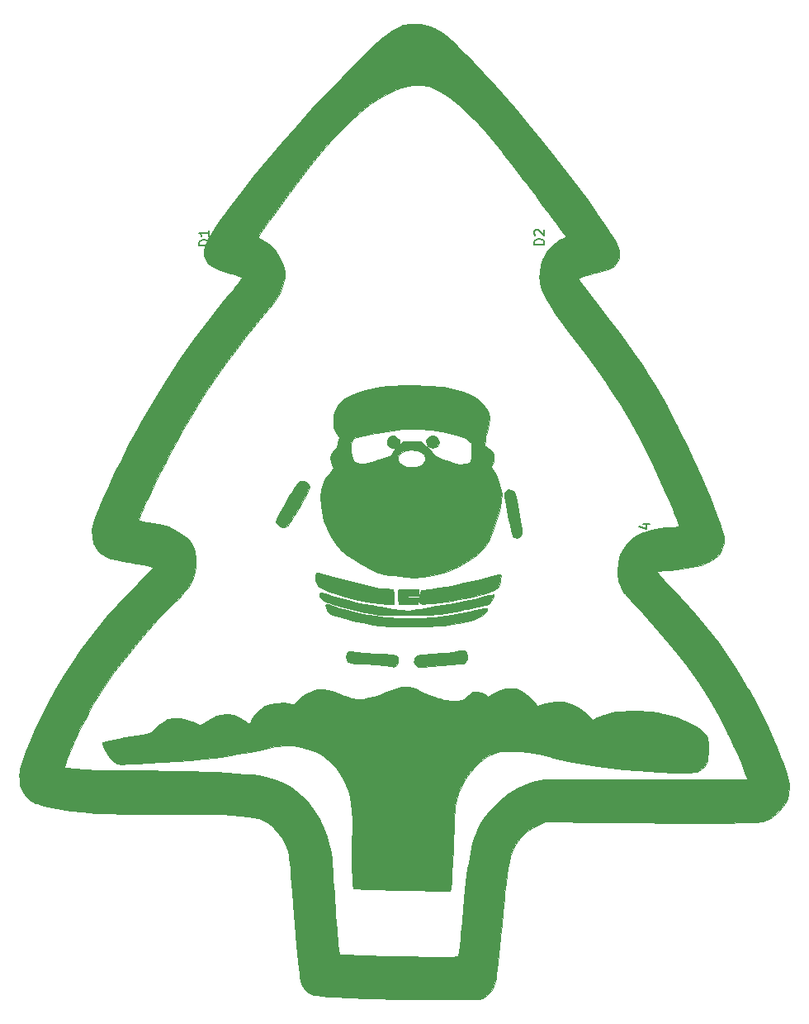
<source format=gbr>
%TF.GenerationSoftware,KiCad,Pcbnew,9.0.6*%
%TF.CreationDate,2025-11-21T14:44:10+01:00*%
%TF.ProjectId,BL_Santa,424c5f53-616e-4746-912e-6b696361645f,rev?*%
%TF.SameCoordinates,Original*%
%TF.FileFunction,Legend,Top*%
%TF.FilePolarity,Positive*%
%FSLAX46Y46*%
G04 Gerber Fmt 4.6, Leading zero omitted, Abs format (unit mm)*
G04 Created by KiCad (PCBNEW 9.0.6) date 2025-11-21 14:44:10*
%MOMM*%
%LPD*%
G01*
G04 APERTURE LIST*
%ADD10C,0.150000*%
%ADD11C,0.010000*%
G04 APERTURE END LIST*
D10*
X122944819Y-68518094D02*
X121944819Y-68518094D01*
X121944819Y-68518094D02*
X121944819Y-68279999D01*
X121944819Y-68279999D02*
X121992438Y-68137142D01*
X121992438Y-68137142D02*
X122087676Y-68041904D01*
X122087676Y-68041904D02*
X122182914Y-67994285D01*
X122182914Y-67994285D02*
X122373390Y-67946666D01*
X122373390Y-67946666D02*
X122516247Y-67946666D01*
X122516247Y-67946666D02*
X122706723Y-67994285D01*
X122706723Y-67994285D02*
X122801961Y-68041904D01*
X122801961Y-68041904D02*
X122897200Y-68137142D01*
X122897200Y-68137142D02*
X122944819Y-68279999D01*
X122944819Y-68279999D02*
X122944819Y-68518094D01*
X122944819Y-66994285D02*
X122944819Y-67565713D01*
X122944819Y-67279999D02*
X121944819Y-67279999D01*
X121944819Y-67279999D02*
X122087676Y-67375237D01*
X122087676Y-67375237D02*
X122182914Y-67470475D01*
X122182914Y-67470475D02*
X122230533Y-67565713D01*
X157344819Y-68418094D02*
X156344819Y-68418094D01*
X156344819Y-68418094D02*
X156344819Y-68179999D01*
X156344819Y-68179999D02*
X156392438Y-68037142D01*
X156392438Y-68037142D02*
X156487676Y-67941904D01*
X156487676Y-67941904D02*
X156582914Y-67894285D01*
X156582914Y-67894285D02*
X156773390Y-67846666D01*
X156773390Y-67846666D02*
X156916247Y-67846666D01*
X156916247Y-67846666D02*
X157106723Y-67894285D01*
X157106723Y-67894285D02*
X157201961Y-67941904D01*
X157201961Y-67941904D02*
X157297200Y-68037142D01*
X157297200Y-68037142D02*
X157344819Y-68179999D01*
X157344819Y-68179999D02*
X157344819Y-68418094D01*
X156440057Y-67465713D02*
X156392438Y-67418094D01*
X156392438Y-67418094D02*
X156344819Y-67322856D01*
X156344819Y-67322856D02*
X156344819Y-67084761D01*
X156344819Y-67084761D02*
X156392438Y-66989523D01*
X156392438Y-66989523D02*
X156440057Y-66941904D01*
X156440057Y-66941904D02*
X156535295Y-66894285D01*
X156535295Y-66894285D02*
X156630533Y-66894285D01*
X156630533Y-66894285D02*
X156773390Y-66941904D01*
X156773390Y-66941904D02*
X157344819Y-67513332D01*
X157344819Y-67513332D02*
X157344819Y-66894285D01*
X168144819Y-98518094D02*
X167144819Y-98518094D01*
X167144819Y-98518094D02*
X167144819Y-98279999D01*
X167144819Y-98279999D02*
X167192438Y-98137142D01*
X167192438Y-98137142D02*
X167287676Y-98041904D01*
X167287676Y-98041904D02*
X167382914Y-97994285D01*
X167382914Y-97994285D02*
X167573390Y-97946666D01*
X167573390Y-97946666D02*
X167716247Y-97946666D01*
X167716247Y-97946666D02*
X167906723Y-97994285D01*
X167906723Y-97994285D02*
X168001961Y-98041904D01*
X168001961Y-98041904D02*
X168097200Y-98137142D01*
X168097200Y-98137142D02*
X168144819Y-98279999D01*
X168144819Y-98279999D02*
X168144819Y-98518094D01*
X167478152Y-97089523D02*
X168144819Y-97089523D01*
X167097200Y-97327618D02*
X167811485Y-97565713D01*
X167811485Y-97565713D02*
X167811485Y-96946666D01*
D11*
%TO.C,G\u002A\u002A\u002A*%
X144653120Y-45858110D02*
X145393835Y-46003250D01*
X146111657Y-46279396D01*
X146839967Y-46697682D01*
X147195580Y-46946685D01*
X147426847Y-47135888D01*
X147755331Y-47431282D01*
X148163089Y-47814916D01*
X148632174Y-48268840D01*
X149144644Y-48775103D01*
X149682551Y-49315752D01*
X150227953Y-49872838D01*
X150762903Y-50428409D01*
X151269458Y-50964513D01*
X151729673Y-51463201D01*
X151908391Y-51661152D01*
X153212048Y-53137987D01*
X154529762Y-54671949D01*
X155846173Y-56243574D01*
X157145920Y-57833395D01*
X158413643Y-59421946D01*
X159633983Y-60989761D01*
X160791579Y-62517374D01*
X161871071Y-63985320D01*
X162857099Y-65374133D01*
X163666676Y-66562485D01*
X164126881Y-67269329D01*
X164487342Y-67862535D01*
X164754474Y-68360387D01*
X164934691Y-68781171D01*
X165034410Y-69143172D01*
X165060045Y-69464676D01*
X165018011Y-69763969D01*
X164914724Y-70059335D01*
X164902810Y-70085980D01*
X164738942Y-70372411D01*
X164518017Y-70611449D01*
X164218356Y-70814533D01*
X163818279Y-70993104D01*
X163296106Y-71158600D01*
X162630158Y-71322461D01*
X162508459Y-71349369D01*
X162072025Y-71453145D01*
X161662686Y-71565554D01*
X161327467Y-71672769D01*
X161119219Y-71757878D01*
X160771985Y-71938818D01*
X163005637Y-74817485D01*
X164057159Y-76182740D01*
X165007782Y-77440385D01*
X165869386Y-78609120D01*
X166653854Y-79707645D01*
X167373066Y-80754662D01*
X168038904Y-81768870D01*
X168663250Y-82768968D01*
X169257984Y-83773659D01*
X169834987Y-84801641D01*
X170406142Y-85871615D01*
X170983330Y-87002281D01*
X171578432Y-88212340D01*
X171773999Y-88618152D01*
X172417749Y-89970789D01*
X172988723Y-91195256D01*
X173495583Y-92311846D01*
X173946993Y-93340853D01*
X174351616Y-94302570D01*
X174718113Y-95217290D01*
X175055150Y-96105306D01*
X175371388Y-96986913D01*
X175476854Y-97292143D01*
X175656964Y-97857127D01*
X175763967Y-98310488D01*
X175799271Y-98692661D01*
X175764285Y-99044081D01*
X175660416Y-99405180D01*
X175559261Y-99658132D01*
X175254258Y-100153308D01*
X174793732Y-100583920D01*
X174178925Y-100949422D01*
X173411081Y-101249269D01*
X172491444Y-101482913D01*
X171421255Y-101649807D01*
X170911912Y-101701189D01*
X170289473Y-101755216D01*
X169815567Y-101798155D01*
X169469980Y-101833047D01*
X169232503Y-101862933D01*
X169082923Y-101890856D01*
X169001030Y-101919857D01*
X168966613Y-101952977D01*
X168959459Y-101993258D01*
X168959454Y-101995008D01*
X169016010Y-102086507D01*
X169174502Y-102279964D01*
X169418170Y-102556569D01*
X169730254Y-102897513D01*
X170093990Y-103283986D01*
X170293205Y-103491749D01*
X171706714Y-104994636D01*
X172991538Y-106443482D01*
X174167926Y-107864825D01*
X175256125Y-109285205D01*
X176276380Y-110731161D01*
X177248941Y-112229231D01*
X178194054Y-113805955D01*
X178291758Y-113975818D01*
X178831430Y-114944059D01*
X179359228Y-115941680D01*
X179868433Y-116952691D01*
X180352326Y-117961100D01*
X180804190Y-118950918D01*
X181217306Y-119906154D01*
X181584957Y-120810816D01*
X181900424Y-121648915D01*
X182156989Y-122404459D01*
X182347935Y-123061457D01*
X182466542Y-123603920D01*
X182506121Y-124006976D01*
X182424304Y-124714171D01*
X182190165Y-125399075D01*
X181820668Y-126035469D01*
X181332777Y-126597135D01*
X180743458Y-127057856D01*
X180411138Y-127244608D01*
X180163107Y-127364286D01*
X179956431Y-127450123D01*
X179753068Y-127509532D01*
X179514978Y-127549926D01*
X179204120Y-127578716D01*
X178782454Y-127603317D01*
X178498473Y-127617315D01*
X177979608Y-127636683D01*
X177305123Y-127652634D01*
X176488698Y-127665183D01*
X175544010Y-127674342D01*
X174484738Y-127680127D01*
X173324562Y-127682550D01*
X172077159Y-127681626D01*
X170756209Y-127677369D01*
X169375391Y-127669792D01*
X167948383Y-127658909D01*
X166488863Y-127644734D01*
X165010512Y-127627282D01*
X163527006Y-127606566D01*
X163216779Y-127601812D01*
X157433499Y-127511806D01*
X156876664Y-127772381D01*
X156204918Y-128139056D01*
X155569841Y-128583487D01*
X155027487Y-129064838D01*
X154870291Y-129234078D01*
X154607867Y-129554542D01*
X154380862Y-129883380D01*
X154184833Y-130237544D01*
X154015334Y-130633988D01*
X153867922Y-131089666D01*
X153738153Y-131621529D01*
X153621581Y-132246533D01*
X153513763Y-132981629D01*
X153410255Y-133843771D01*
X153306611Y-134849912D01*
X153254814Y-135396485D01*
X153118541Y-136854806D01*
X152994822Y-138153477D01*
X152882568Y-139301627D01*
X152780687Y-140308389D01*
X152688089Y-141182893D01*
X152603685Y-141934271D01*
X152526385Y-142571655D01*
X152455097Y-143104175D01*
X152388731Y-143540963D01*
X152326198Y-143891151D01*
X152266407Y-144163869D01*
X152208268Y-144368249D01*
X152171937Y-144466177D01*
X151906645Y-144910910D01*
X151523617Y-145303450D01*
X151112233Y-145571900D01*
X151003304Y-145623654D01*
X150895980Y-145665438D01*
X150771633Y-145698358D01*
X150611635Y-145723514D01*
X150397357Y-145742012D01*
X150110173Y-145754953D01*
X149731453Y-145763441D01*
X149242571Y-145768580D01*
X148624898Y-145771471D01*
X147859806Y-145773219D01*
X147708121Y-145773492D01*
X146928847Y-145774061D01*
X146131892Y-145773165D01*
X145351056Y-145770945D01*
X144620142Y-145767544D01*
X143972952Y-145763105D01*
X143443288Y-145757769D01*
X143220788Y-145754610D01*
X142414240Y-145738932D01*
X141531878Y-145717399D01*
X140601417Y-145691019D01*
X139650571Y-145660803D01*
X138707054Y-145627759D01*
X137798582Y-145592897D01*
X136952868Y-145557224D01*
X136197627Y-145521751D01*
X135560573Y-145487486D01*
X135135121Y-145460236D01*
X134518303Y-145409148D01*
X134040784Y-145349814D01*
X133672531Y-145273996D01*
X133383510Y-145173457D01*
X133143686Y-145039961D01*
X132923026Y-144865269D01*
X132904381Y-144848430D01*
X132777687Y-144718317D01*
X132664102Y-144564035D01*
X132561822Y-144374067D01*
X132469043Y-144136899D01*
X132383960Y-143841015D01*
X132304768Y-143474900D01*
X132229664Y-143027038D01*
X132156841Y-142485915D01*
X132084497Y-141840014D01*
X132010825Y-141077822D01*
X131934023Y-140187821D01*
X131852284Y-139158497D01*
X131763805Y-137978335D01*
X131708445Y-137216818D01*
X131614807Y-135940299D01*
X131529234Y-134823156D01*
X131450780Y-133855672D01*
X131378497Y-133028130D01*
X131311438Y-132330814D01*
X131248657Y-131754005D01*
X131189206Y-131287986D01*
X131132138Y-130923042D01*
X131076506Y-130649454D01*
X131063164Y-130595926D01*
X130824779Y-129937948D01*
X130463309Y-129270639D01*
X130009695Y-128635916D01*
X129494881Y-128075695D01*
X128949809Y-127631895D01*
X128808557Y-127541711D01*
X128470166Y-127374031D01*
X128045423Y-127228582D01*
X127525638Y-127104640D01*
X126902123Y-127001477D01*
X126166190Y-126918370D01*
X125309151Y-126854592D01*
X124322316Y-126809418D01*
X123196997Y-126782121D01*
X121924505Y-126771977D01*
X120496153Y-126778260D01*
X119768121Y-126786686D01*
X117761378Y-126804542D01*
X115915318Y-126800978D01*
X114222580Y-126775422D01*
X112675801Y-126727300D01*
X111267621Y-126656037D01*
X109990677Y-126561061D01*
X108837607Y-126441798D01*
X107801049Y-126297673D01*
X106873642Y-126128114D01*
X106048024Y-125932547D01*
X105316832Y-125710397D01*
X105136785Y-125646569D01*
X104589048Y-125360845D01*
X104148642Y-124948188D01*
X103820814Y-124416766D01*
X103610810Y-123774748D01*
X103528569Y-123142738D01*
X103518061Y-122751949D01*
X103541664Y-122427011D01*
X103609572Y-122092029D01*
X103646154Y-121965474D01*
X108084121Y-121965474D01*
X108104962Y-121980183D01*
X108180477Y-121997603D01*
X108330151Y-122020176D01*
X108573471Y-122050346D01*
X108929924Y-122090554D01*
X109418995Y-122143244D01*
X109946788Y-122198960D01*
X110215208Y-122218264D01*
X110635234Y-122236725D01*
X111189137Y-122253987D01*
X111859189Y-122269693D01*
X112627663Y-122283486D01*
X113476830Y-122295012D01*
X114388964Y-122303912D01*
X115346335Y-122309832D01*
X115492454Y-122310440D01*
X117002526Y-122320903D01*
X118476616Y-122340074D01*
X119901667Y-122367411D01*
X121264623Y-122402373D01*
X122552428Y-122444420D01*
X123752026Y-122493012D01*
X124850359Y-122547607D01*
X125834373Y-122607665D01*
X126691009Y-122672646D01*
X127407213Y-122742009D01*
X127969927Y-122815213D01*
X128067916Y-122831115D01*
X129023462Y-123035030D01*
X129914897Y-123307674D01*
X130707370Y-123636728D01*
X131323881Y-123981838D01*
X132197589Y-124649821D01*
X133006583Y-125457127D01*
X133729726Y-126379452D01*
X134345883Y-127392488D01*
X134428401Y-127552007D01*
X134741987Y-128249038D01*
X135024172Y-129023533D01*
X135263048Y-129830716D01*
X135446707Y-130625809D01*
X135563242Y-131364035D01*
X135600943Y-131961238D01*
X135607459Y-132146121D01*
X135625871Y-132478155D01*
X135654584Y-132935695D01*
X135692008Y-133497097D01*
X135736549Y-134140717D01*
X135786615Y-134844910D01*
X135840614Y-135588033D01*
X135896952Y-136348439D01*
X135954037Y-137104486D01*
X136010277Y-137834528D01*
X136064079Y-138516921D01*
X136113851Y-139130021D01*
X136158000Y-139652183D01*
X136194933Y-140061763D01*
X136203510Y-140150741D01*
X136300449Y-141137331D01*
X137495785Y-141196741D01*
X138149632Y-141226257D01*
X138883101Y-141254157D01*
X139680157Y-141280226D01*
X140524769Y-141304251D01*
X141400903Y-141326017D01*
X142292526Y-141345312D01*
X143183605Y-141361920D01*
X144058107Y-141375628D01*
X144899999Y-141386222D01*
X145693248Y-141393489D01*
X146421820Y-141397213D01*
X147069684Y-141397182D01*
X147620805Y-141393181D01*
X148059151Y-141384996D01*
X148368688Y-141372414D01*
X148533384Y-141355221D01*
X148556465Y-141344318D01*
X148568666Y-141233443D01*
X148598926Y-141005620D01*
X148638189Y-140727666D01*
X148666501Y-140498435D01*
X148706360Y-140128205D01*
X148755046Y-139644708D01*
X148809839Y-139075678D01*
X148868017Y-138448847D01*
X148926862Y-137791946D01*
X148933000Y-137721999D01*
X149040306Y-136517927D01*
X149138769Y-135464231D01*
X149230907Y-134542336D01*
X149319236Y-133733668D01*
X149406274Y-133019650D01*
X149494539Y-132381707D01*
X149586548Y-131801264D01*
X149684818Y-131259746D01*
X149791866Y-130738578D01*
X149910210Y-130219183D01*
X149999218Y-129854333D01*
X150172095Y-129211990D01*
X150348990Y-128682024D01*
X150554138Y-128208692D01*
X150811777Y-127736250D01*
X151146141Y-127208953D01*
X151155391Y-127195040D01*
X151879988Y-126255506D01*
X152732954Y-125411083D01*
X153693661Y-124676421D01*
X154741482Y-124066171D01*
X155855788Y-123594983D01*
X156503389Y-123396727D01*
X157317788Y-123181022D01*
X160873788Y-123213920D01*
X161760307Y-123221249D01*
X162720481Y-123227604D01*
X163741625Y-123232999D01*
X164811059Y-123237452D01*
X165916100Y-123240978D01*
X167044065Y-123243594D01*
X168182271Y-123245314D01*
X169318038Y-123246156D01*
X170438682Y-123246136D01*
X171531520Y-123245268D01*
X172583871Y-123243570D01*
X173583053Y-123241057D01*
X174516382Y-123237745D01*
X175371177Y-123233651D01*
X176134755Y-123228790D01*
X176794434Y-123223178D01*
X177337531Y-123216831D01*
X177751364Y-123209766D01*
X178023251Y-123201998D01*
X178140510Y-123193543D01*
X178144069Y-123192133D01*
X178139241Y-123088456D01*
X178069101Y-122851545D01*
X177942069Y-122500602D01*
X177766565Y-122054830D01*
X177551011Y-121533431D01*
X177303827Y-120955610D01*
X177033434Y-120340567D01*
X176748253Y-119707507D01*
X176456704Y-119075632D01*
X176167207Y-118464144D01*
X175888185Y-117892248D01*
X175628056Y-117379144D01*
X175439173Y-117023818D01*
X174341195Y-115116645D01*
X173159212Y-113265568D01*
X171878356Y-111450757D01*
X170483761Y-109652383D01*
X168960559Y-107850615D01*
X167293882Y-106025623D01*
X166824983Y-105534247D01*
X166459392Y-105149595D01*
X166116655Y-104780074D01*
X165821850Y-104453396D01*
X165600058Y-104197272D01*
X165490573Y-104059768D01*
X165191297Y-103518199D01*
X164986849Y-102864870D01*
X164886861Y-102134358D01*
X164878300Y-101861324D01*
X164945893Y-100993003D01*
X165159098Y-100206431D01*
X165522235Y-99490028D01*
X165987106Y-98888801D01*
X166434425Y-98475708D01*
X166960160Y-98138217D01*
X167582419Y-97869581D01*
X168319306Y-97663053D01*
X169188928Y-97511888D01*
X169888316Y-97435225D01*
X170318953Y-97393612D01*
X170687599Y-97351482D01*
X170962133Y-97313000D01*
X171110431Y-97282331D01*
X171126094Y-97274734D01*
X171123644Y-97168029D01*
X171054850Y-96924617D01*
X170926645Y-96560444D01*
X170745967Y-96091458D01*
X170519750Y-95533607D01*
X170254930Y-94902838D01*
X169958442Y-94215098D01*
X169637223Y-93486336D01*
X169298207Y-92732499D01*
X168948329Y-91969535D01*
X168594527Y-91213390D01*
X168243734Y-90480013D01*
X167902886Y-89785351D01*
X167655973Y-89295485D01*
X167215034Y-88440418D01*
X166792237Y-87639649D01*
X166378733Y-86879768D01*
X165965672Y-86147361D01*
X165544203Y-85429019D01*
X165105477Y-84711329D01*
X164640645Y-83980880D01*
X164140856Y-83224261D01*
X163597262Y-82428060D01*
X163001012Y-81578865D01*
X162343256Y-80663266D01*
X161615146Y-79667850D01*
X160807830Y-78579207D01*
X159912460Y-77383924D01*
X158981868Y-76150151D01*
X158464783Y-75431888D01*
X157973885Y-74685004D01*
X157540823Y-73959808D01*
X157211344Y-73335818D01*
X157051160Y-72982791D01*
X156952859Y-72687489D01*
X156897962Y-72375497D01*
X156867986Y-71972399D01*
X156866809Y-71948510D01*
X156872181Y-71230709D01*
X156972720Y-70594382D01*
X157181433Y-69972935D01*
X157306807Y-69695508D01*
X157610494Y-69195480D01*
X158019931Y-68703833D01*
X158488455Y-68268365D01*
X158969404Y-67936876D01*
X159080525Y-67878577D01*
X159329248Y-67751110D01*
X159502998Y-67651028D01*
X159561454Y-67603459D01*
X159512145Y-67526384D01*
X159371957Y-67329951D01*
X159152496Y-67029599D01*
X158865369Y-66640766D01*
X158522183Y-66178892D01*
X158134545Y-65659415D01*
X157714062Y-65097776D01*
X157272340Y-64509411D01*
X156820987Y-63909761D01*
X156371608Y-63314265D01*
X155935812Y-62738361D01*
X155525204Y-62197489D01*
X155151393Y-61707087D01*
X154825983Y-61282595D01*
X154560584Y-60939451D01*
X154366800Y-60693094D01*
X154358935Y-60683264D01*
X154000539Y-60230525D01*
X153597673Y-59713162D01*
X153203617Y-59199998D01*
X152916946Y-58820597D01*
X152093628Y-57767231D01*
X151236197Y-56760044D01*
X150360352Y-55813838D01*
X149481791Y-54943415D01*
X148616210Y-54163576D01*
X147779309Y-53489123D01*
X146986783Y-52934859D01*
X146254331Y-52515584D01*
X146204132Y-52490903D01*
X145848171Y-52323398D01*
X145572682Y-52215819D01*
X145315006Y-52152767D01*
X145012480Y-52118843D01*
X144608958Y-52098897D01*
X143949053Y-52104253D01*
X143329481Y-52180430D01*
X142708289Y-52337994D01*
X142043523Y-52587508D01*
X141315788Y-52928186D01*
X140409107Y-53434396D01*
X139486631Y-54051874D01*
X138542351Y-54786471D01*
X137570256Y-55644037D01*
X136564336Y-56630422D01*
X135518582Y-57751475D01*
X134426983Y-59013048D01*
X133283530Y-60420990D01*
X132266871Y-61736485D01*
X131942613Y-62167589D01*
X131573454Y-62663389D01*
X131171532Y-63207131D01*
X130748986Y-63782066D01*
X130317955Y-64371442D01*
X129890578Y-64958506D01*
X129478992Y-65526509D01*
X129095337Y-66058698D01*
X128751752Y-66538321D01*
X128460375Y-66948629D01*
X128233344Y-67272868D01*
X128082799Y-67494288D01*
X128021005Y-67595803D01*
X128060675Y-67704294D01*
X128226949Y-67815373D01*
X128236381Y-67819619D01*
X128577044Y-68011109D01*
X128968881Y-68293465D01*
X129359388Y-68623673D01*
X129696059Y-68958718D01*
X129845871Y-69138179D01*
X130279510Y-69819189D01*
X130572742Y-70518645D01*
X130718784Y-71214212D01*
X130710853Y-71883553D01*
X130700565Y-71952925D01*
X130595355Y-72452551D01*
X130439153Y-72930202D01*
X130218642Y-73408876D01*
X129920504Y-73911575D01*
X129531421Y-74461298D01*
X129038077Y-75081046D01*
X128573454Y-75626555D01*
X128193287Y-76069683D01*
X127795708Y-76543732D01*
X127418128Y-77003413D01*
X127097959Y-77403435D01*
X126976758Y-77559514D01*
X125775591Y-79149362D01*
X124679363Y-80645293D01*
X123671819Y-82071653D01*
X122736706Y-83452786D01*
X121857768Y-84813039D01*
X121018753Y-86176757D01*
X120203404Y-87568285D01*
X119706463Y-88448818D01*
X119318059Y-89157434D01*
X118918461Y-89906717D01*
X118514658Y-90681935D01*
X118113640Y-91468349D01*
X117722395Y-92251226D01*
X117347913Y-93015829D01*
X116997184Y-93747424D01*
X116677195Y-94431273D01*
X116394938Y-95052643D01*
X116157400Y-95596798D01*
X115971571Y-96049001D01*
X115844441Y-96394518D01*
X115782998Y-96618613D01*
X115790506Y-96704880D01*
X115914821Y-96743047D01*
X116163506Y-96793217D01*
X116492826Y-96847056D01*
X116665233Y-96871557D01*
X117795512Y-97070811D01*
X118774637Y-97343354D01*
X119604960Y-97690993D01*
X120288830Y-98115531D01*
X120828601Y-98618776D01*
X121226623Y-99202531D01*
X121485246Y-99868604D01*
X121606823Y-100618798D01*
X121609920Y-100668432D01*
X121611967Y-101356494D01*
X121523543Y-101969096D01*
X121330568Y-102573388D01*
X121107640Y-103063775D01*
X120976644Y-103311525D01*
X120836896Y-103538201D01*
X120668250Y-103768136D01*
X120450558Y-104025663D01*
X120163673Y-104335115D01*
X119787449Y-104720825D01*
X119480867Y-105028535D01*
X117747090Y-106823024D01*
X116126527Y-108628425D01*
X114628700Y-110432733D01*
X113263131Y-112223945D01*
X112039341Y-113990055D01*
X110966853Y-115719061D01*
X110874807Y-115878125D01*
X110564280Y-116438405D01*
X110221612Y-117091249D01*
X109863405Y-117801993D01*
X109506259Y-118535970D01*
X109166774Y-119258515D01*
X108861552Y-119934960D01*
X108607193Y-120530641D01*
X108430901Y-120981577D01*
X108296450Y-121353217D01*
X108186286Y-121662487D01*
X108111735Y-121877254D01*
X108084122Y-121965388D01*
X108084121Y-121965474D01*
X103646154Y-121965474D01*
X103721909Y-121703405D01*
X104101000Y-120593083D01*
X104575351Y-119383826D01*
X105130555Y-118105718D01*
X105752202Y-116788844D01*
X106425882Y-115463290D01*
X107137187Y-114159140D01*
X107871708Y-112906479D01*
X108152917Y-112451818D01*
X108947204Y-111224510D01*
X109760671Y-110045147D01*
X110610859Y-108891966D01*
X111515311Y-107743205D01*
X112491569Y-106577101D01*
X113557174Y-105371892D01*
X114729670Y-104105815D01*
X115682669Y-103110517D01*
X116096471Y-102681303D01*
X116468448Y-102290996D01*
X116783091Y-101956237D01*
X117024885Y-101693667D01*
X117178320Y-101519929D01*
X117228121Y-101452542D01*
X117149657Y-101416083D01*
X116936011Y-101363872D01*
X116619805Y-101302877D01*
X116233660Y-101240067D01*
X116233288Y-101240011D01*
X115472627Y-101118428D01*
X114736323Y-100986141D01*
X114049473Y-100848680D01*
X113437178Y-100711573D01*
X112924535Y-100580351D01*
X112536644Y-100460543D01*
X112347807Y-100384017D01*
X111811619Y-100035934D01*
X111403157Y-99581957D01*
X111125721Y-99031050D01*
X110982613Y-98392179D01*
X110977137Y-97674310D01*
X111091469Y-96972930D01*
X111190424Y-96644166D01*
X111360817Y-96182932D01*
X111594596Y-95606276D01*
X111883707Y-94931242D01*
X112220099Y-94174877D01*
X112595719Y-93354228D01*
X113002513Y-92486341D01*
X113432430Y-91588263D01*
X113877416Y-90677038D01*
X114329419Y-89769714D01*
X114780387Y-88883337D01*
X115222266Y-88034954D01*
X115647004Y-87241610D01*
X115938185Y-86713152D01*
X117263829Y-84411069D01*
X118598966Y-82238513D01*
X119970248Y-80156551D01*
X121404333Y-78126249D01*
X122927873Y-76108671D01*
X124567525Y-74064886D01*
X124741601Y-73854310D01*
X125116615Y-73400625D01*
X125463570Y-72978578D01*
X125765114Y-72609461D01*
X126003895Y-72314565D01*
X126162560Y-72115178D01*
X126213407Y-72048420D01*
X126378285Y-71819354D01*
X126128504Y-71690187D01*
X125946146Y-71615805D01*
X125644623Y-71513840D01*
X125268788Y-71398792D01*
X124935650Y-71304596D01*
X124181994Y-71073601D01*
X123583524Y-70828812D01*
X123126146Y-70560634D01*
X122795764Y-70259472D01*
X122578283Y-69915731D01*
X122483409Y-69635309D01*
X122438914Y-69337717D01*
X122449867Y-69020820D01*
X122522695Y-68672092D01*
X122663827Y-68279008D01*
X122879690Y-67829041D01*
X123176711Y-67309665D01*
X123561318Y-66708356D01*
X124039939Y-66012586D01*
X124619000Y-65209831D01*
X125059451Y-64615152D01*
X126245414Y-63064220D01*
X127544857Y-61433536D01*
X128937133Y-59746709D01*
X130401597Y-58027351D01*
X131917602Y-56299073D01*
X133464503Y-54585486D01*
X135021654Y-52910201D01*
X136568410Y-51296830D01*
X137756137Y-50094818D01*
X138521065Y-49335783D01*
X139183241Y-48688626D01*
X139755988Y-48141933D01*
X140252625Y-47684288D01*
X140686472Y-47304276D01*
X141070850Y-46990482D01*
X141419079Y-46731490D01*
X141744479Y-46515885D01*
X142060371Y-46332252D01*
X142279600Y-46218296D01*
X142617741Y-46055154D01*
X142880965Y-45949825D01*
X143129212Y-45887656D01*
X143422425Y-45853990D01*
X143820544Y-45834172D01*
X143856130Y-45832841D01*
X144653120Y-45858110D01*
G36*
X144653120Y-45858110D02*
G01*
X145393835Y-46003250D01*
X146111657Y-46279396D01*
X146839967Y-46697682D01*
X147195580Y-46946685D01*
X147426847Y-47135888D01*
X147755331Y-47431282D01*
X148163089Y-47814916D01*
X148632174Y-48268840D01*
X149144644Y-48775103D01*
X149682551Y-49315752D01*
X150227953Y-49872838D01*
X150762903Y-50428409D01*
X151269458Y-50964513D01*
X151729673Y-51463201D01*
X151908391Y-51661152D01*
X153212048Y-53137987D01*
X154529762Y-54671949D01*
X155846173Y-56243574D01*
X157145920Y-57833395D01*
X158413643Y-59421946D01*
X159633983Y-60989761D01*
X160791579Y-62517374D01*
X161871071Y-63985320D01*
X162857099Y-65374133D01*
X163666676Y-66562485D01*
X164126881Y-67269329D01*
X164487342Y-67862535D01*
X164754474Y-68360387D01*
X164934691Y-68781171D01*
X165034410Y-69143172D01*
X165060045Y-69464676D01*
X165018011Y-69763969D01*
X164914724Y-70059335D01*
X164902810Y-70085980D01*
X164738942Y-70372411D01*
X164518017Y-70611449D01*
X164218356Y-70814533D01*
X163818279Y-70993104D01*
X163296106Y-71158600D01*
X162630158Y-71322461D01*
X162508459Y-71349369D01*
X162072025Y-71453145D01*
X161662686Y-71565554D01*
X161327467Y-71672769D01*
X161119219Y-71757878D01*
X160771985Y-71938818D01*
X163005637Y-74817485D01*
X164057159Y-76182740D01*
X165007782Y-77440385D01*
X165869386Y-78609120D01*
X166653854Y-79707645D01*
X167373066Y-80754662D01*
X168038904Y-81768870D01*
X168663250Y-82768968D01*
X169257984Y-83773659D01*
X169834987Y-84801641D01*
X170406142Y-85871615D01*
X170983330Y-87002281D01*
X171578432Y-88212340D01*
X171773999Y-88618152D01*
X172417749Y-89970789D01*
X172988723Y-91195256D01*
X173495583Y-92311846D01*
X173946993Y-93340853D01*
X174351616Y-94302570D01*
X174718113Y-95217290D01*
X175055150Y-96105306D01*
X175371388Y-96986913D01*
X175476854Y-97292143D01*
X175656964Y-97857127D01*
X175763967Y-98310488D01*
X175799271Y-98692661D01*
X175764285Y-99044081D01*
X175660416Y-99405180D01*
X175559261Y-99658132D01*
X175254258Y-100153308D01*
X174793732Y-100583920D01*
X174178925Y-100949422D01*
X173411081Y-101249269D01*
X172491444Y-101482913D01*
X171421255Y-101649807D01*
X170911912Y-101701189D01*
X170289473Y-101755216D01*
X169815567Y-101798155D01*
X169469980Y-101833047D01*
X169232503Y-101862933D01*
X169082923Y-101890856D01*
X169001030Y-101919857D01*
X168966613Y-101952977D01*
X168959459Y-101993258D01*
X168959454Y-101995008D01*
X169016010Y-102086507D01*
X169174502Y-102279964D01*
X169418170Y-102556569D01*
X169730254Y-102897513D01*
X170093990Y-103283986D01*
X170293205Y-103491749D01*
X171706714Y-104994636D01*
X172991538Y-106443482D01*
X174167926Y-107864825D01*
X175256125Y-109285205D01*
X176276380Y-110731161D01*
X177248941Y-112229231D01*
X178194054Y-113805955D01*
X178291758Y-113975818D01*
X178831430Y-114944059D01*
X179359228Y-115941680D01*
X179868433Y-116952691D01*
X180352326Y-117961100D01*
X180804190Y-118950918D01*
X181217306Y-119906154D01*
X181584957Y-120810816D01*
X181900424Y-121648915D01*
X182156989Y-122404459D01*
X182347935Y-123061457D01*
X182466542Y-123603920D01*
X182506121Y-124006976D01*
X182424304Y-124714171D01*
X182190165Y-125399075D01*
X181820668Y-126035469D01*
X181332777Y-126597135D01*
X180743458Y-127057856D01*
X180411138Y-127244608D01*
X180163107Y-127364286D01*
X179956431Y-127450123D01*
X179753068Y-127509532D01*
X179514978Y-127549926D01*
X179204120Y-127578716D01*
X178782454Y-127603317D01*
X178498473Y-127617315D01*
X177979608Y-127636683D01*
X177305123Y-127652634D01*
X176488698Y-127665183D01*
X175544010Y-127674342D01*
X174484738Y-127680127D01*
X173324562Y-127682550D01*
X172077159Y-127681626D01*
X170756209Y-127677369D01*
X169375391Y-127669792D01*
X167948383Y-127658909D01*
X166488863Y-127644734D01*
X165010512Y-127627282D01*
X163527006Y-127606566D01*
X163216779Y-127601812D01*
X157433499Y-127511806D01*
X156876664Y-127772381D01*
X156204918Y-128139056D01*
X155569841Y-128583487D01*
X155027487Y-129064838D01*
X154870291Y-129234078D01*
X154607867Y-129554542D01*
X154380862Y-129883380D01*
X154184833Y-130237544D01*
X154015334Y-130633988D01*
X153867922Y-131089666D01*
X153738153Y-131621529D01*
X153621581Y-132246533D01*
X153513763Y-132981629D01*
X153410255Y-133843771D01*
X153306611Y-134849912D01*
X153254814Y-135396485D01*
X153118541Y-136854806D01*
X152994822Y-138153477D01*
X152882568Y-139301627D01*
X152780687Y-140308389D01*
X152688089Y-141182893D01*
X152603685Y-141934271D01*
X152526385Y-142571655D01*
X152455097Y-143104175D01*
X152388731Y-143540963D01*
X152326198Y-143891151D01*
X152266407Y-144163869D01*
X152208268Y-144368249D01*
X152171937Y-144466177D01*
X151906645Y-144910910D01*
X151523617Y-145303450D01*
X151112233Y-145571900D01*
X151003304Y-145623654D01*
X150895980Y-145665438D01*
X150771633Y-145698358D01*
X150611635Y-145723514D01*
X150397357Y-145742012D01*
X150110173Y-145754953D01*
X149731453Y-145763441D01*
X149242571Y-145768580D01*
X148624898Y-145771471D01*
X147859806Y-145773219D01*
X147708121Y-145773492D01*
X146928847Y-145774061D01*
X146131892Y-145773165D01*
X145351056Y-145770945D01*
X144620142Y-145767544D01*
X143972952Y-145763105D01*
X143443288Y-145757769D01*
X143220788Y-145754610D01*
X142414240Y-145738932D01*
X141531878Y-145717399D01*
X140601417Y-145691019D01*
X139650571Y-145660803D01*
X138707054Y-145627759D01*
X137798582Y-145592897D01*
X136952868Y-145557224D01*
X136197627Y-145521751D01*
X135560573Y-145487486D01*
X135135121Y-145460236D01*
X134518303Y-145409148D01*
X134040784Y-145349814D01*
X133672531Y-145273996D01*
X133383510Y-145173457D01*
X133143686Y-145039961D01*
X132923026Y-144865269D01*
X132904381Y-144848430D01*
X132777687Y-144718317D01*
X132664102Y-144564035D01*
X132561822Y-144374067D01*
X132469043Y-144136899D01*
X132383960Y-143841015D01*
X132304768Y-143474900D01*
X132229664Y-143027038D01*
X132156841Y-142485915D01*
X132084497Y-141840014D01*
X132010825Y-141077822D01*
X131934023Y-140187821D01*
X131852284Y-139158497D01*
X131763805Y-137978335D01*
X131708445Y-137216818D01*
X131614807Y-135940299D01*
X131529234Y-134823156D01*
X131450780Y-133855672D01*
X131378497Y-133028130D01*
X131311438Y-132330814D01*
X131248657Y-131754005D01*
X131189206Y-131287986D01*
X131132138Y-130923042D01*
X131076506Y-130649454D01*
X131063164Y-130595926D01*
X130824779Y-129937948D01*
X130463309Y-129270639D01*
X130009695Y-128635916D01*
X129494881Y-128075695D01*
X128949809Y-127631895D01*
X128808557Y-127541711D01*
X128470166Y-127374031D01*
X128045423Y-127228582D01*
X127525638Y-127104640D01*
X126902123Y-127001477D01*
X126166190Y-126918370D01*
X125309151Y-126854592D01*
X124322316Y-126809418D01*
X123196997Y-126782121D01*
X121924505Y-126771977D01*
X120496153Y-126778260D01*
X119768121Y-126786686D01*
X117761378Y-126804542D01*
X115915318Y-126800978D01*
X114222580Y-126775422D01*
X112675801Y-126727300D01*
X111267621Y-126656037D01*
X109990677Y-126561061D01*
X108837607Y-126441798D01*
X107801049Y-126297673D01*
X106873642Y-126128114D01*
X106048024Y-125932547D01*
X105316832Y-125710397D01*
X105136785Y-125646569D01*
X104589048Y-125360845D01*
X104148642Y-124948188D01*
X103820814Y-124416766D01*
X103610810Y-123774748D01*
X103528569Y-123142738D01*
X103518061Y-122751949D01*
X103541664Y-122427011D01*
X103609572Y-122092029D01*
X103646154Y-121965474D01*
X108084121Y-121965474D01*
X108104962Y-121980183D01*
X108180477Y-121997603D01*
X108330151Y-122020176D01*
X108573471Y-122050346D01*
X108929924Y-122090554D01*
X109418995Y-122143244D01*
X109946788Y-122198960D01*
X110215208Y-122218264D01*
X110635234Y-122236725D01*
X111189137Y-122253987D01*
X111859189Y-122269693D01*
X112627663Y-122283486D01*
X113476830Y-122295012D01*
X114388964Y-122303912D01*
X115346335Y-122309832D01*
X115492454Y-122310440D01*
X117002526Y-122320903D01*
X118476616Y-122340074D01*
X119901667Y-122367411D01*
X121264623Y-122402373D01*
X122552428Y-122444420D01*
X123752026Y-122493012D01*
X124850359Y-122547607D01*
X125834373Y-122607665D01*
X126691009Y-122672646D01*
X127407213Y-122742009D01*
X127969927Y-122815213D01*
X128067916Y-122831115D01*
X129023462Y-123035030D01*
X129914897Y-123307674D01*
X130707370Y-123636728D01*
X131323881Y-123981838D01*
X132197589Y-124649821D01*
X133006583Y-125457127D01*
X133729726Y-126379452D01*
X134345883Y-127392488D01*
X134428401Y-127552007D01*
X134741987Y-128249038D01*
X135024172Y-129023533D01*
X135263048Y-129830716D01*
X135446707Y-130625809D01*
X135563242Y-131364035D01*
X135600943Y-131961238D01*
X135607459Y-132146121D01*
X135625871Y-132478155D01*
X135654584Y-132935695D01*
X135692008Y-133497097D01*
X135736549Y-134140717D01*
X135786615Y-134844910D01*
X135840614Y-135588033D01*
X135896952Y-136348439D01*
X135954037Y-137104486D01*
X136010277Y-137834528D01*
X136064079Y-138516921D01*
X136113851Y-139130021D01*
X136158000Y-139652183D01*
X136194933Y-140061763D01*
X136203510Y-140150741D01*
X136300449Y-141137331D01*
X137495785Y-141196741D01*
X138149632Y-141226257D01*
X138883101Y-141254157D01*
X139680157Y-141280226D01*
X140524769Y-141304251D01*
X141400903Y-141326017D01*
X142292526Y-141345312D01*
X143183605Y-141361920D01*
X144058107Y-141375628D01*
X144899999Y-141386222D01*
X145693248Y-141393489D01*
X146421820Y-141397213D01*
X147069684Y-141397182D01*
X147620805Y-141393181D01*
X148059151Y-141384996D01*
X148368688Y-141372414D01*
X148533384Y-141355221D01*
X148556465Y-141344318D01*
X148568666Y-141233443D01*
X148598926Y-141005620D01*
X148638189Y-140727666D01*
X148666501Y-140498435D01*
X148706360Y-140128205D01*
X148755046Y-139644708D01*
X148809839Y-139075678D01*
X148868017Y-138448847D01*
X148926862Y-137791946D01*
X148933000Y-137721999D01*
X149040306Y-136517927D01*
X149138769Y-135464231D01*
X149230907Y-134542336D01*
X149319236Y-133733668D01*
X149406274Y-133019650D01*
X149494539Y-132381707D01*
X149586548Y-131801264D01*
X149684818Y-131259746D01*
X149791866Y-130738578D01*
X149910210Y-130219183D01*
X149999218Y-129854333D01*
X150172095Y-129211990D01*
X150348990Y-128682024D01*
X150554138Y-128208692D01*
X150811777Y-127736250D01*
X151146141Y-127208953D01*
X151155391Y-127195040D01*
X151879988Y-126255506D01*
X152732954Y-125411083D01*
X153693661Y-124676421D01*
X154741482Y-124066171D01*
X155855788Y-123594983D01*
X156503389Y-123396727D01*
X157317788Y-123181022D01*
X160873788Y-123213920D01*
X161760307Y-123221249D01*
X162720481Y-123227604D01*
X163741625Y-123232999D01*
X164811059Y-123237452D01*
X165916100Y-123240978D01*
X167044065Y-123243594D01*
X168182271Y-123245314D01*
X169318038Y-123246156D01*
X170438682Y-123246136D01*
X171531520Y-123245268D01*
X172583871Y-123243570D01*
X173583053Y-123241057D01*
X174516382Y-123237745D01*
X175371177Y-123233651D01*
X176134755Y-123228790D01*
X176794434Y-123223178D01*
X177337531Y-123216831D01*
X177751364Y-123209766D01*
X178023251Y-123201998D01*
X178140510Y-123193543D01*
X178144069Y-123192133D01*
X178139241Y-123088456D01*
X178069101Y-122851545D01*
X177942069Y-122500602D01*
X177766565Y-122054830D01*
X177551011Y-121533431D01*
X177303827Y-120955610D01*
X177033434Y-120340567D01*
X176748253Y-119707507D01*
X176456704Y-119075632D01*
X176167207Y-118464144D01*
X175888185Y-117892248D01*
X175628056Y-117379144D01*
X175439173Y-117023818D01*
X174341195Y-115116645D01*
X173159212Y-113265568D01*
X171878356Y-111450757D01*
X170483761Y-109652383D01*
X168960559Y-107850615D01*
X167293882Y-106025623D01*
X166824983Y-105534247D01*
X166459392Y-105149595D01*
X166116655Y-104780074D01*
X165821850Y-104453396D01*
X165600058Y-104197272D01*
X165490573Y-104059768D01*
X165191297Y-103518199D01*
X164986849Y-102864870D01*
X164886861Y-102134358D01*
X164878300Y-101861324D01*
X164945893Y-100993003D01*
X165159098Y-100206431D01*
X165522235Y-99490028D01*
X165987106Y-98888801D01*
X166434425Y-98475708D01*
X166960160Y-98138217D01*
X167582419Y-97869581D01*
X168319306Y-97663053D01*
X169188928Y-97511888D01*
X169888316Y-97435225D01*
X170318953Y-97393612D01*
X170687599Y-97351482D01*
X170962133Y-97313000D01*
X171110431Y-97282331D01*
X171126094Y-97274734D01*
X171123644Y-97168029D01*
X171054850Y-96924617D01*
X170926645Y-96560444D01*
X170745967Y-96091458D01*
X170519750Y-95533607D01*
X170254930Y-94902838D01*
X169958442Y-94215098D01*
X169637223Y-93486336D01*
X169298207Y-92732499D01*
X168948329Y-91969535D01*
X168594527Y-91213390D01*
X168243734Y-90480013D01*
X167902886Y-89785351D01*
X167655973Y-89295485D01*
X167215034Y-88440418D01*
X166792237Y-87639649D01*
X166378733Y-86879768D01*
X165965672Y-86147361D01*
X165544203Y-85429019D01*
X165105477Y-84711329D01*
X164640645Y-83980880D01*
X164140856Y-83224261D01*
X163597262Y-82428060D01*
X163001012Y-81578865D01*
X162343256Y-80663266D01*
X161615146Y-79667850D01*
X160807830Y-78579207D01*
X159912460Y-77383924D01*
X158981868Y-76150151D01*
X158464783Y-75431888D01*
X157973885Y-74685004D01*
X157540823Y-73959808D01*
X157211344Y-73335818D01*
X157051160Y-72982791D01*
X156952859Y-72687489D01*
X156897962Y-72375497D01*
X156867986Y-71972399D01*
X156866809Y-71948510D01*
X156872181Y-71230709D01*
X156972720Y-70594382D01*
X157181433Y-69972935D01*
X157306807Y-69695508D01*
X157610494Y-69195480D01*
X158019931Y-68703833D01*
X158488455Y-68268365D01*
X158969404Y-67936876D01*
X159080525Y-67878577D01*
X159329248Y-67751110D01*
X159502998Y-67651028D01*
X159561454Y-67603459D01*
X159512145Y-67526384D01*
X159371957Y-67329951D01*
X159152496Y-67029599D01*
X158865369Y-66640766D01*
X158522183Y-66178892D01*
X158134545Y-65659415D01*
X157714062Y-65097776D01*
X157272340Y-64509411D01*
X156820987Y-63909761D01*
X156371608Y-63314265D01*
X155935812Y-62738361D01*
X155525204Y-62197489D01*
X155151393Y-61707087D01*
X154825983Y-61282595D01*
X154560584Y-60939451D01*
X154366800Y-60693094D01*
X154358935Y-60683264D01*
X154000539Y-60230525D01*
X153597673Y-59713162D01*
X153203617Y-59199998D01*
X152916946Y-58820597D01*
X152093628Y-57767231D01*
X151236197Y-56760044D01*
X150360352Y-55813838D01*
X149481791Y-54943415D01*
X148616210Y-54163576D01*
X147779309Y-53489123D01*
X146986783Y-52934859D01*
X146254331Y-52515584D01*
X146204132Y-52490903D01*
X145848171Y-52323398D01*
X145572682Y-52215819D01*
X145315006Y-52152767D01*
X145012480Y-52118843D01*
X144608958Y-52098897D01*
X143949053Y-52104253D01*
X143329481Y-52180430D01*
X142708289Y-52337994D01*
X142043523Y-52587508D01*
X141315788Y-52928186D01*
X140409107Y-53434396D01*
X139486631Y-54051874D01*
X138542351Y-54786471D01*
X137570256Y-55644037D01*
X136564336Y-56630422D01*
X135518582Y-57751475D01*
X134426983Y-59013048D01*
X133283530Y-60420990D01*
X132266871Y-61736485D01*
X131942613Y-62167589D01*
X131573454Y-62663389D01*
X131171532Y-63207131D01*
X130748986Y-63782066D01*
X130317955Y-64371442D01*
X129890578Y-64958506D01*
X129478992Y-65526509D01*
X129095337Y-66058698D01*
X128751752Y-66538321D01*
X128460375Y-66948629D01*
X128233344Y-67272868D01*
X128082799Y-67494288D01*
X128021005Y-67595803D01*
X128060675Y-67704294D01*
X128226949Y-67815373D01*
X128236381Y-67819619D01*
X128577044Y-68011109D01*
X128968881Y-68293465D01*
X129359388Y-68623673D01*
X129696059Y-68958718D01*
X129845871Y-69138179D01*
X130279510Y-69819189D01*
X130572742Y-70518645D01*
X130718784Y-71214212D01*
X130710853Y-71883553D01*
X130700565Y-71952925D01*
X130595355Y-72452551D01*
X130439153Y-72930202D01*
X130218642Y-73408876D01*
X129920504Y-73911575D01*
X129531421Y-74461298D01*
X129038077Y-75081046D01*
X128573454Y-75626555D01*
X128193287Y-76069683D01*
X127795708Y-76543732D01*
X127418128Y-77003413D01*
X127097959Y-77403435D01*
X126976758Y-77559514D01*
X125775591Y-79149362D01*
X124679363Y-80645293D01*
X123671819Y-82071653D01*
X122736706Y-83452786D01*
X121857768Y-84813039D01*
X121018753Y-86176757D01*
X120203404Y-87568285D01*
X119706463Y-88448818D01*
X119318059Y-89157434D01*
X118918461Y-89906717D01*
X118514658Y-90681935D01*
X118113640Y-91468349D01*
X117722395Y-92251226D01*
X117347913Y-93015829D01*
X116997184Y-93747424D01*
X116677195Y-94431273D01*
X116394938Y-95052643D01*
X116157400Y-95596798D01*
X115971571Y-96049001D01*
X115844441Y-96394518D01*
X115782998Y-96618613D01*
X115790506Y-96704880D01*
X115914821Y-96743047D01*
X116163506Y-96793217D01*
X116492826Y-96847056D01*
X116665233Y-96871557D01*
X117795512Y-97070811D01*
X118774637Y-97343354D01*
X119604960Y-97690993D01*
X120288830Y-98115531D01*
X120828601Y-98618776D01*
X121226623Y-99202531D01*
X121485246Y-99868604D01*
X121606823Y-100618798D01*
X121609920Y-100668432D01*
X121611967Y-101356494D01*
X121523543Y-101969096D01*
X121330568Y-102573388D01*
X121107640Y-103063775D01*
X120976644Y-103311525D01*
X120836896Y-103538201D01*
X120668250Y-103768136D01*
X120450558Y-104025663D01*
X120163673Y-104335115D01*
X119787449Y-104720825D01*
X119480867Y-105028535D01*
X117747090Y-106823024D01*
X116126527Y-108628425D01*
X114628700Y-110432733D01*
X113263131Y-112223945D01*
X112039341Y-113990055D01*
X110966853Y-115719061D01*
X110874807Y-115878125D01*
X110564280Y-116438405D01*
X110221612Y-117091249D01*
X109863405Y-117801993D01*
X109506259Y-118535970D01*
X109166774Y-119258515D01*
X108861552Y-119934960D01*
X108607193Y-120530641D01*
X108430901Y-120981577D01*
X108296450Y-121353217D01*
X108186286Y-121662487D01*
X108111735Y-121877254D01*
X108084122Y-121965388D01*
X108084121Y-121965474D01*
X103646154Y-121965474D01*
X103721909Y-121703405D01*
X104101000Y-120593083D01*
X104575351Y-119383826D01*
X105130555Y-118105718D01*
X105752202Y-116788844D01*
X106425882Y-115463290D01*
X107137187Y-114159140D01*
X107871708Y-112906479D01*
X108152917Y-112451818D01*
X108947204Y-111224510D01*
X109760671Y-110045147D01*
X110610859Y-108891966D01*
X111515311Y-107743205D01*
X112491569Y-106577101D01*
X113557174Y-105371892D01*
X114729670Y-104105815D01*
X115682669Y-103110517D01*
X116096471Y-102681303D01*
X116468448Y-102290996D01*
X116783091Y-101956237D01*
X117024885Y-101693667D01*
X117178320Y-101519929D01*
X117228121Y-101452542D01*
X117149657Y-101416083D01*
X116936011Y-101363872D01*
X116619805Y-101302877D01*
X116233660Y-101240067D01*
X116233288Y-101240011D01*
X115472627Y-101118428D01*
X114736323Y-100986141D01*
X114049473Y-100848680D01*
X113437178Y-100711573D01*
X112924535Y-100580351D01*
X112536644Y-100460543D01*
X112347807Y-100384017D01*
X111811619Y-100035934D01*
X111403157Y-99581957D01*
X111125721Y-99031050D01*
X110982613Y-98392179D01*
X110977137Y-97674310D01*
X111091469Y-96972930D01*
X111190424Y-96644166D01*
X111360817Y-96182932D01*
X111594596Y-95606276D01*
X111883707Y-94931242D01*
X112220099Y-94174877D01*
X112595719Y-93354228D01*
X113002513Y-92486341D01*
X113432430Y-91588263D01*
X113877416Y-90677038D01*
X114329419Y-89769714D01*
X114780387Y-88883337D01*
X115222266Y-88034954D01*
X115647004Y-87241610D01*
X115938185Y-86713152D01*
X117263829Y-84411069D01*
X118598966Y-82238513D01*
X119970248Y-80156551D01*
X121404333Y-78126249D01*
X122927873Y-76108671D01*
X124567525Y-74064886D01*
X124741601Y-73854310D01*
X125116615Y-73400625D01*
X125463570Y-72978578D01*
X125765114Y-72609461D01*
X126003895Y-72314565D01*
X126162560Y-72115178D01*
X126213407Y-72048420D01*
X126378285Y-71819354D01*
X126128504Y-71690187D01*
X125946146Y-71615805D01*
X125644623Y-71513840D01*
X125268788Y-71398792D01*
X124935650Y-71304596D01*
X124181994Y-71073601D01*
X123583524Y-70828812D01*
X123126146Y-70560634D01*
X122795764Y-70259472D01*
X122578283Y-69915731D01*
X122483409Y-69635309D01*
X122438914Y-69337717D01*
X122449867Y-69020820D01*
X122522695Y-68672092D01*
X122663827Y-68279008D01*
X122879690Y-67829041D01*
X123176711Y-67309665D01*
X123561318Y-66708356D01*
X124039939Y-66012586D01*
X124619000Y-65209831D01*
X125059451Y-64615152D01*
X126245414Y-63064220D01*
X127544857Y-61433536D01*
X128937133Y-59746709D01*
X130401597Y-58027351D01*
X131917602Y-56299073D01*
X133464503Y-54585486D01*
X135021654Y-52910201D01*
X136568410Y-51296830D01*
X137756137Y-50094818D01*
X138521065Y-49335783D01*
X139183241Y-48688626D01*
X139755988Y-48141933D01*
X140252625Y-47684288D01*
X140686472Y-47304276D01*
X141070850Y-46990482D01*
X141419079Y-46731490D01*
X141744479Y-46515885D01*
X142060371Y-46332252D01*
X142279600Y-46218296D01*
X142617741Y-46055154D01*
X142880965Y-45949825D01*
X143129212Y-45887656D01*
X143422425Y-45853990D01*
X143820544Y-45834172D01*
X143856130Y-45832841D01*
X144653120Y-45858110D01*
G37*
X143907121Y-113807577D02*
X144138767Y-113898627D01*
X144439639Y-114051817D01*
X144711454Y-114213370D01*
X145106378Y-114427348D01*
X145529360Y-114593927D01*
X145718454Y-114645490D01*
X146101354Y-114747065D01*
X146513112Y-114882543D01*
X146710736Y-114958892D01*
X147009428Y-115066753D01*
X147306785Y-115129326D01*
X147666993Y-115156983D01*
X147962289Y-115161152D01*
X148457715Y-115145258D01*
X148832521Y-115086634D01*
X149133363Y-114968865D01*
X149406899Y-114775535D01*
X149613121Y-114580344D01*
X149830080Y-114377261D01*
X150009327Y-114273395D01*
X150219575Y-114236252D01*
X150348442Y-114232603D01*
X150857848Y-114287869D01*
X151259284Y-114464826D01*
X151401371Y-114578628D01*
X151580954Y-114746824D01*
X151974138Y-114481468D01*
X152646314Y-114125175D01*
X153363885Y-113929944D01*
X153873149Y-113891152D01*
X154412169Y-113944138D01*
X154911167Y-114112434D01*
X155397217Y-114410045D01*
X155897394Y-114850976D01*
X156065310Y-115025117D01*
X156641387Y-115641974D01*
X157191254Y-115482390D01*
X157543931Y-115400850D01*
X157982649Y-115328676D01*
X158424158Y-115279085D01*
X158512749Y-115272561D01*
X158940567Y-115253928D01*
X159272183Y-115267617D01*
X159578790Y-115320406D01*
X159877579Y-115402495D01*
X160563805Y-115687104D01*
X161249053Y-116116380D01*
X161899302Y-116668911D01*
X161916327Y-116685606D01*
X162351079Y-117113554D01*
X162790235Y-116891017D01*
X163073357Y-116767822D01*
X163455592Y-116628304D01*
X163871405Y-116495701D01*
X164041256Y-116447398D01*
X164331165Y-116371554D01*
X164587093Y-116315299D01*
X164842390Y-116275744D01*
X165130405Y-116250001D01*
X165484489Y-116235181D01*
X165937991Y-116228396D01*
X166524262Y-116226759D01*
X166588788Y-116226766D01*
X167226240Y-116229637D01*
X167730104Y-116239580D01*
X168136061Y-116259146D01*
X168479795Y-116290887D01*
X168796990Y-116337353D01*
X169123329Y-116401096D01*
X169171121Y-116411401D01*
X170069750Y-116636194D01*
X170934065Y-116908464D01*
X171738431Y-117217127D01*
X172457217Y-117551103D01*
X173064789Y-117899311D01*
X173535515Y-118250669D01*
X173630249Y-118339120D01*
X173896002Y-118638087D01*
X174056059Y-118925172D01*
X174128923Y-119160501D01*
X174175559Y-119497762D01*
X174190309Y-119941903D01*
X174175555Y-120433975D01*
X174133677Y-120915027D01*
X174067058Y-121326111D01*
X174036452Y-121449250D01*
X173851782Y-121821226D01*
X173544354Y-122147228D01*
X173160742Y-122382225D01*
X173017393Y-122434552D01*
X172724886Y-122488969D01*
X172286535Y-122524914D01*
X171724808Y-122542497D01*
X171062172Y-122541827D01*
X170321093Y-122523013D01*
X169524039Y-122486166D01*
X168693476Y-122431393D01*
X168451454Y-122412327D01*
X167823677Y-122361908D01*
X167144412Y-122308846D01*
X166473504Y-122257720D01*
X165870795Y-122213110D01*
X165530454Y-122188834D01*
X164211472Y-122066103D01*
X162784038Y-121877271D01*
X161292189Y-121629858D01*
X159779964Y-121331384D01*
X158291402Y-120989372D01*
X157842420Y-120875885D01*
X156750004Y-120618847D01*
X155761170Y-120442526D01*
X154834136Y-120340788D01*
X153973454Y-120307633D01*
X153508328Y-120311140D01*
X153155548Y-120331848D01*
X152858400Y-120377384D01*
X152560166Y-120455375D01*
X152337031Y-120527708D01*
X151701643Y-120783446D01*
X151150853Y-121102443D01*
X150631941Y-121519440D01*
X150237948Y-121911033D01*
X149674058Y-122558374D01*
X149224038Y-123193670D01*
X148850541Y-123876900D01*
X148516223Y-124668041D01*
X148508366Y-124688866D01*
X148412128Y-124969437D01*
X148331733Y-125267360D01*
X148265082Y-125602690D01*
X148210080Y-125995483D01*
X148164627Y-126465795D01*
X148126629Y-127033681D01*
X148093987Y-127719198D01*
X148064604Y-128542401D01*
X148048287Y-129088818D01*
X148003113Y-130446333D01*
X147948792Y-131655759D01*
X147885642Y-132711695D01*
X147813981Y-133608737D01*
X147742610Y-134274652D01*
X147697745Y-134634485D01*
X146369433Y-134620459D01*
X145987334Y-134615458D01*
X145463000Y-134607164D01*
X144823491Y-134596079D01*
X144095861Y-134582702D01*
X143307170Y-134567535D01*
X142484474Y-134551079D01*
X141654829Y-134533833D01*
X141442788Y-134529312D01*
X140677824Y-134511551D01*
X139965426Y-134492376D01*
X139323389Y-134472461D01*
X138769508Y-134452478D01*
X138321577Y-134433100D01*
X137997391Y-134414999D01*
X137814746Y-134398849D01*
X137780918Y-134390902D01*
X137743409Y-134272202D01*
X137709677Y-134006681D01*
X137680369Y-133616824D01*
X137656134Y-133125115D01*
X137637619Y-132554039D01*
X137625474Y-131926080D01*
X137620345Y-131263722D01*
X137622882Y-130589448D01*
X137633732Y-129925745D01*
X137642730Y-129596818D01*
X137666805Y-128412952D01*
X137657917Y-127377280D01*
X137614005Y-126471505D01*
X137533008Y-125677330D01*
X137412864Y-124976459D01*
X137251514Y-124350597D01*
X137046894Y-123781445D01*
X136966863Y-123597076D01*
X136523092Y-122774056D01*
X135975055Y-122013575D01*
X135348194Y-121343403D01*
X134667953Y-120791309D01*
X134073083Y-120438708D01*
X133305106Y-120128696D01*
X132459068Y-119905576D01*
X131582882Y-119775815D01*
X130724466Y-119745877D01*
X129931733Y-119822227D01*
X129758788Y-119856594D01*
X128431283Y-120142187D01*
X127173309Y-120393758D01*
X125959909Y-120614387D01*
X124766128Y-120807156D01*
X123567012Y-120975145D01*
X122337605Y-121121434D01*
X121052952Y-121249104D01*
X119688098Y-121361236D01*
X118218088Y-121460911D01*
X116617967Y-121551209D01*
X115639412Y-121599602D01*
X115012835Y-121628856D01*
X114532053Y-121649056D01*
X114173720Y-121659255D01*
X113914493Y-121658506D01*
X113731026Y-121645863D01*
X113599975Y-121620379D01*
X113497996Y-121581106D01*
X113401744Y-121527098D01*
X113369946Y-121507541D01*
X113150558Y-121331361D01*
X112909864Y-121072736D01*
X112666021Y-120760746D01*
X112437186Y-120424473D01*
X112241514Y-120092997D01*
X112097164Y-119795397D01*
X112022292Y-119560755D01*
X112035054Y-119418150D01*
X112054201Y-119400203D01*
X112159033Y-119370474D01*
X112406413Y-119315861D01*
X112772144Y-119240962D01*
X113232028Y-119150378D01*
X113761868Y-119048707D01*
X114337465Y-118940548D01*
X114934621Y-118830501D01*
X115529138Y-118723166D01*
X116096819Y-118623140D01*
X116552823Y-118545175D01*
X116864238Y-118483752D01*
X117062222Y-118410160D01*
X117201869Y-118295742D01*
X117312374Y-118150069D01*
X117581313Y-117841984D01*
X117949838Y-117528423D01*
X118356364Y-117255842D01*
X118739305Y-117070697D01*
X118746811Y-117068025D01*
X119315614Y-116949261D01*
X119959553Y-116970146D01*
X120687064Y-117131175D01*
X120883236Y-117193471D01*
X121243907Y-117318678D01*
X121566182Y-117438341D01*
X121799922Y-117533531D01*
X121862748Y-117563280D01*
X121978581Y-117612430D01*
X122091787Y-117615261D01*
X122240073Y-117558736D01*
X122461150Y-117429821D01*
X122707263Y-117271357D01*
X123263132Y-116934524D01*
X123743725Y-116707657D01*
X124189715Y-116577319D01*
X124641778Y-116530067D01*
X124932788Y-116536004D01*
X125530660Y-116624710D01*
X126075695Y-116829774D01*
X126616390Y-117170834D01*
X126743596Y-117269271D01*
X126936747Y-117420049D01*
X127066316Y-117514997D01*
X127095347Y-117531818D01*
X127145107Y-117464327D01*
X127252684Y-117288178D01*
X127381601Y-117064667D01*
X127796360Y-116447110D01*
X128256580Y-115987185D01*
X128686861Y-115715675D01*
X129255604Y-115512838D01*
X129921573Y-115398107D01*
X130633565Y-115378088D01*
X131041934Y-115411785D01*
X131710372Y-115495600D01*
X132006002Y-115168374D01*
X132473118Y-114740595D01*
X133022043Y-114380350D01*
X133587702Y-114129002D01*
X133691366Y-114097064D01*
X134175068Y-114001099D01*
X134672148Y-113993194D01*
X135215823Y-114077543D01*
X135839305Y-114258342D01*
X136292924Y-114425574D01*
X136828294Y-114633440D01*
X137237714Y-114785462D01*
X137551843Y-114890197D01*
X137801341Y-114956202D01*
X138016865Y-114992037D01*
X138229076Y-115006257D01*
X138379380Y-115007964D01*
X138807584Y-114972243D01*
X139334750Y-114875540D01*
X139907972Y-114731777D01*
X140474343Y-114554875D01*
X140980959Y-114358755D01*
X141156902Y-114277117D01*
X141926031Y-113956969D01*
X142657034Y-113771274D01*
X143332285Y-113723042D01*
X143907121Y-113807577D01*
G36*
X143907121Y-113807577D02*
G01*
X144138767Y-113898627D01*
X144439639Y-114051817D01*
X144711454Y-114213370D01*
X145106378Y-114427348D01*
X145529360Y-114593927D01*
X145718454Y-114645490D01*
X146101354Y-114747065D01*
X146513112Y-114882543D01*
X146710736Y-114958892D01*
X147009428Y-115066753D01*
X147306785Y-115129326D01*
X147666993Y-115156983D01*
X147962289Y-115161152D01*
X148457715Y-115145258D01*
X148832521Y-115086634D01*
X149133363Y-114968865D01*
X149406899Y-114775535D01*
X149613121Y-114580344D01*
X149830080Y-114377261D01*
X150009327Y-114273395D01*
X150219575Y-114236252D01*
X150348442Y-114232603D01*
X150857848Y-114287869D01*
X151259284Y-114464826D01*
X151401371Y-114578628D01*
X151580954Y-114746824D01*
X151974138Y-114481468D01*
X152646314Y-114125175D01*
X153363885Y-113929944D01*
X153873149Y-113891152D01*
X154412169Y-113944138D01*
X154911167Y-114112434D01*
X155397217Y-114410045D01*
X155897394Y-114850976D01*
X156065310Y-115025117D01*
X156641387Y-115641974D01*
X157191254Y-115482390D01*
X157543931Y-115400850D01*
X157982649Y-115328676D01*
X158424158Y-115279085D01*
X158512749Y-115272561D01*
X158940567Y-115253928D01*
X159272183Y-115267617D01*
X159578790Y-115320406D01*
X159877579Y-115402495D01*
X160563805Y-115687104D01*
X161249053Y-116116380D01*
X161899302Y-116668911D01*
X161916327Y-116685606D01*
X162351079Y-117113554D01*
X162790235Y-116891017D01*
X163073357Y-116767822D01*
X163455592Y-116628304D01*
X163871405Y-116495701D01*
X164041256Y-116447398D01*
X164331165Y-116371554D01*
X164587093Y-116315299D01*
X164842390Y-116275744D01*
X165130405Y-116250001D01*
X165484489Y-116235181D01*
X165937991Y-116228396D01*
X166524262Y-116226759D01*
X166588788Y-116226766D01*
X167226240Y-116229637D01*
X167730104Y-116239580D01*
X168136061Y-116259146D01*
X168479795Y-116290887D01*
X168796990Y-116337353D01*
X169123329Y-116401096D01*
X169171121Y-116411401D01*
X170069750Y-116636194D01*
X170934065Y-116908464D01*
X171738431Y-117217127D01*
X172457217Y-117551103D01*
X173064789Y-117899311D01*
X173535515Y-118250669D01*
X173630249Y-118339120D01*
X173896002Y-118638087D01*
X174056059Y-118925172D01*
X174128923Y-119160501D01*
X174175559Y-119497762D01*
X174190309Y-119941903D01*
X174175555Y-120433975D01*
X174133677Y-120915027D01*
X174067058Y-121326111D01*
X174036452Y-121449250D01*
X173851782Y-121821226D01*
X173544354Y-122147228D01*
X173160742Y-122382225D01*
X173017393Y-122434552D01*
X172724886Y-122488969D01*
X172286535Y-122524914D01*
X171724808Y-122542497D01*
X171062172Y-122541827D01*
X170321093Y-122523013D01*
X169524039Y-122486166D01*
X168693476Y-122431393D01*
X168451454Y-122412327D01*
X167823677Y-122361908D01*
X167144412Y-122308846D01*
X166473504Y-122257720D01*
X165870795Y-122213110D01*
X165530454Y-122188834D01*
X164211472Y-122066103D01*
X162784038Y-121877271D01*
X161292189Y-121629858D01*
X159779964Y-121331384D01*
X158291402Y-120989372D01*
X157842420Y-120875885D01*
X156750004Y-120618847D01*
X155761170Y-120442526D01*
X154834136Y-120340788D01*
X153973454Y-120307633D01*
X153508328Y-120311140D01*
X153155548Y-120331848D01*
X152858400Y-120377384D01*
X152560166Y-120455375D01*
X152337031Y-120527708D01*
X151701643Y-120783446D01*
X151150853Y-121102443D01*
X150631941Y-121519440D01*
X150237948Y-121911033D01*
X149674058Y-122558374D01*
X149224038Y-123193670D01*
X148850541Y-123876900D01*
X148516223Y-124668041D01*
X148508366Y-124688866D01*
X148412128Y-124969437D01*
X148331733Y-125267360D01*
X148265082Y-125602690D01*
X148210080Y-125995483D01*
X148164627Y-126465795D01*
X148126629Y-127033681D01*
X148093987Y-127719198D01*
X148064604Y-128542401D01*
X148048287Y-129088818D01*
X148003113Y-130446333D01*
X147948792Y-131655759D01*
X147885642Y-132711695D01*
X147813981Y-133608737D01*
X147742610Y-134274652D01*
X147697745Y-134634485D01*
X146369433Y-134620459D01*
X145987334Y-134615458D01*
X145463000Y-134607164D01*
X144823491Y-134596079D01*
X144095861Y-134582702D01*
X143307170Y-134567535D01*
X142484474Y-134551079D01*
X141654829Y-134533833D01*
X141442788Y-134529312D01*
X140677824Y-134511551D01*
X139965426Y-134492376D01*
X139323389Y-134472461D01*
X138769508Y-134452478D01*
X138321577Y-134433100D01*
X137997391Y-134414999D01*
X137814746Y-134398849D01*
X137780918Y-134390902D01*
X137743409Y-134272202D01*
X137709677Y-134006681D01*
X137680369Y-133616824D01*
X137656134Y-133125115D01*
X137637619Y-132554039D01*
X137625474Y-131926080D01*
X137620345Y-131263722D01*
X137622882Y-130589448D01*
X137633732Y-129925745D01*
X137642730Y-129596818D01*
X137666805Y-128412952D01*
X137657917Y-127377280D01*
X137614005Y-126471505D01*
X137533008Y-125677330D01*
X137412864Y-124976459D01*
X137251514Y-124350597D01*
X137046894Y-123781445D01*
X136966863Y-123597076D01*
X136523092Y-122774056D01*
X135975055Y-122013575D01*
X135348194Y-121343403D01*
X134667953Y-120791309D01*
X134073083Y-120438708D01*
X133305106Y-120128696D01*
X132459068Y-119905576D01*
X131582882Y-119775815D01*
X130724466Y-119745877D01*
X129931733Y-119822227D01*
X129758788Y-119856594D01*
X128431283Y-120142187D01*
X127173309Y-120393758D01*
X125959909Y-120614387D01*
X124766128Y-120807156D01*
X123567012Y-120975145D01*
X122337605Y-121121434D01*
X121052952Y-121249104D01*
X119688098Y-121361236D01*
X118218088Y-121460911D01*
X116617967Y-121551209D01*
X115639412Y-121599602D01*
X115012835Y-121628856D01*
X114532053Y-121649056D01*
X114173720Y-121659255D01*
X113914493Y-121658506D01*
X113731026Y-121645863D01*
X113599975Y-121620379D01*
X113497996Y-121581106D01*
X113401744Y-121527098D01*
X113369946Y-121507541D01*
X113150558Y-121331361D01*
X112909864Y-121072736D01*
X112666021Y-120760746D01*
X112437186Y-120424473D01*
X112241514Y-120092997D01*
X112097164Y-119795397D01*
X112022292Y-119560755D01*
X112035054Y-119418150D01*
X112054201Y-119400203D01*
X112159033Y-119370474D01*
X112406413Y-119315861D01*
X112772144Y-119240962D01*
X113232028Y-119150378D01*
X113761868Y-119048707D01*
X114337465Y-118940548D01*
X114934621Y-118830501D01*
X115529138Y-118723166D01*
X116096819Y-118623140D01*
X116552823Y-118545175D01*
X116864238Y-118483752D01*
X117062222Y-118410160D01*
X117201869Y-118295742D01*
X117312374Y-118150069D01*
X117581313Y-117841984D01*
X117949838Y-117528423D01*
X118356364Y-117255842D01*
X118739305Y-117070697D01*
X118746811Y-117068025D01*
X119315614Y-116949261D01*
X119959553Y-116970146D01*
X120687064Y-117131175D01*
X120883236Y-117193471D01*
X121243907Y-117318678D01*
X121566182Y-117438341D01*
X121799922Y-117533531D01*
X121862748Y-117563280D01*
X121978581Y-117612430D01*
X122091787Y-117615261D01*
X122240073Y-117558736D01*
X122461150Y-117429821D01*
X122707263Y-117271357D01*
X123263132Y-116934524D01*
X123743725Y-116707657D01*
X124189715Y-116577319D01*
X124641778Y-116530067D01*
X124932788Y-116536004D01*
X125530660Y-116624710D01*
X126075695Y-116829774D01*
X126616390Y-117170834D01*
X126743596Y-117269271D01*
X126936747Y-117420049D01*
X127066316Y-117514997D01*
X127095347Y-117531818D01*
X127145107Y-117464327D01*
X127252684Y-117288178D01*
X127381601Y-117064667D01*
X127796360Y-116447110D01*
X128256580Y-115987185D01*
X128686861Y-115715675D01*
X129255604Y-115512838D01*
X129921573Y-115398107D01*
X130633565Y-115378088D01*
X131041934Y-115411785D01*
X131710372Y-115495600D01*
X132006002Y-115168374D01*
X132473118Y-114740595D01*
X133022043Y-114380350D01*
X133587702Y-114129002D01*
X133691366Y-114097064D01*
X134175068Y-114001099D01*
X134672148Y-113993194D01*
X135215823Y-114077543D01*
X135839305Y-114258342D01*
X136292924Y-114425574D01*
X136828294Y-114633440D01*
X137237714Y-114785462D01*
X137551843Y-114890197D01*
X137801341Y-114956202D01*
X138016865Y-114992037D01*
X138229076Y-115006257D01*
X138379380Y-115007964D01*
X138807584Y-114972243D01*
X139334750Y-114875540D01*
X139907972Y-114731777D01*
X140474343Y-114554875D01*
X140980959Y-114358755D01*
X141156902Y-114277117D01*
X141926031Y-113956969D01*
X142657034Y-113771274D01*
X143332285Y-113723042D01*
X143907121Y-113807577D01*
G37*
X149122700Y-109972613D02*
X149255057Y-110090726D01*
X149383079Y-110304074D01*
X149469596Y-110541774D01*
X149486121Y-110665630D01*
X149441511Y-110911509D01*
X149331540Y-111144801D01*
X149191996Y-111293730D01*
X149166875Y-111305895D01*
X149040195Y-111328763D01*
X148778359Y-111358482D01*
X148415242Y-111391767D01*
X147984717Y-111425333D01*
X147809511Y-111437544D01*
X146766053Y-111517092D01*
X145772112Y-111610708D01*
X144882134Y-111713160D01*
X144721166Y-111734283D01*
X144472215Y-111740265D01*
X144288365Y-111654530D01*
X144186959Y-111563020D01*
X144031206Y-111349673D01*
X143995108Y-111100033D01*
X143998914Y-111040871D01*
X144026790Y-110854228D01*
X144088261Y-110709283D01*
X144203659Y-110599131D01*
X144393319Y-110516869D01*
X144677575Y-110455593D01*
X145076759Y-110408399D01*
X145611205Y-110368383D01*
X146057121Y-110342036D01*
X146776999Y-110293202D01*
X147417221Y-110232648D01*
X147947818Y-110163684D01*
X148336402Y-110090208D01*
X148663440Y-110019659D01*
X148934454Y-109976620D01*
X149101879Y-109968203D01*
X149122700Y-109972613D01*
G36*
X149122700Y-109972613D02*
G01*
X149255057Y-110090726D01*
X149383079Y-110304074D01*
X149469596Y-110541774D01*
X149486121Y-110665630D01*
X149441511Y-110911509D01*
X149331540Y-111144801D01*
X149191996Y-111293730D01*
X149166875Y-111305895D01*
X149040195Y-111328763D01*
X148778359Y-111358482D01*
X148415242Y-111391767D01*
X147984717Y-111425333D01*
X147809511Y-111437544D01*
X146766053Y-111517092D01*
X145772112Y-111610708D01*
X144882134Y-111713160D01*
X144721166Y-111734283D01*
X144472215Y-111740265D01*
X144288365Y-111654530D01*
X144186959Y-111563020D01*
X144031206Y-111349673D01*
X143995108Y-111100033D01*
X143998914Y-111040871D01*
X144026790Y-110854228D01*
X144088261Y-110709283D01*
X144203659Y-110599131D01*
X144393319Y-110516869D01*
X144677575Y-110455593D01*
X145076759Y-110408399D01*
X145611205Y-110368383D01*
X146057121Y-110342036D01*
X146776999Y-110293202D01*
X147417221Y-110232648D01*
X147947818Y-110163684D01*
X148336402Y-110090208D01*
X148663440Y-110019659D01*
X148934454Y-109976620D01*
X149101879Y-109968203D01*
X149122700Y-109972613D01*
G37*
X137624500Y-110097972D02*
X137921522Y-110139257D01*
X137994428Y-110150976D01*
X138272490Y-110186725D01*
X138681497Y-110226990D01*
X139183237Y-110268612D01*
X139739496Y-110308436D01*
X140312060Y-110343303D01*
X140342121Y-110344952D01*
X140979736Y-110381748D01*
X141468023Y-110418075D01*
X141826842Y-110460429D01*
X142076055Y-110515307D01*
X142235524Y-110589205D01*
X142325109Y-110688622D01*
X142364672Y-110820052D01*
X142374075Y-110989995D01*
X142374121Y-111009642D01*
X142321153Y-111289010D01*
X142185324Y-111521437D01*
X142001246Y-111659725D01*
X141883989Y-111678041D01*
X141735006Y-111659348D01*
X141470267Y-111620380D01*
X141141039Y-111568750D01*
X141061788Y-111555918D01*
X140743990Y-111515033D01*
X140302671Y-111473226D01*
X139783582Y-111434086D01*
X139232475Y-111401200D01*
X138883310Y-111385061D01*
X138332275Y-111360866D01*
X137925045Y-111336951D01*
X137636129Y-111309965D01*
X137440040Y-111276558D01*
X137311286Y-111233377D01*
X137224379Y-111177072D01*
X137211143Y-111165220D01*
X137074826Y-110936781D01*
X137037700Y-110646226D01*
X137099758Y-110366071D01*
X137211261Y-110206516D01*
X137315966Y-110128297D01*
X137438180Y-110093217D01*
X137624500Y-110097972D01*
G36*
X137624500Y-110097972D02*
G01*
X137921522Y-110139257D01*
X137994428Y-110150976D01*
X138272490Y-110186725D01*
X138681497Y-110226990D01*
X139183237Y-110268612D01*
X139739496Y-110308436D01*
X140312060Y-110343303D01*
X140342121Y-110344952D01*
X140979736Y-110381748D01*
X141468023Y-110418075D01*
X141826842Y-110460429D01*
X142076055Y-110515307D01*
X142235524Y-110589205D01*
X142325109Y-110688622D01*
X142364672Y-110820052D01*
X142374075Y-110989995D01*
X142374121Y-111009642D01*
X142321153Y-111289010D01*
X142185324Y-111521437D01*
X142001246Y-111659725D01*
X141883989Y-111678041D01*
X141735006Y-111659348D01*
X141470267Y-111620380D01*
X141141039Y-111568750D01*
X141061788Y-111555918D01*
X140743990Y-111515033D01*
X140302671Y-111473226D01*
X139783582Y-111434086D01*
X139232475Y-111401200D01*
X138883310Y-111385061D01*
X138332275Y-111360866D01*
X137925045Y-111336951D01*
X137636129Y-111309965D01*
X137440040Y-111276558D01*
X137311286Y-111233377D01*
X137224379Y-111177072D01*
X137211143Y-111165220D01*
X137074826Y-110936781D01*
X137037700Y-110646226D01*
X137099758Y-110366071D01*
X137211261Y-110206516D01*
X137315966Y-110128297D01*
X137438180Y-110093217D01*
X137624500Y-110097972D01*
G37*
X135275149Y-105292975D02*
X135523649Y-105387273D01*
X135597648Y-105422883D01*
X135874367Y-105536908D01*
X136286852Y-105671236D01*
X136803902Y-105817951D01*
X137394315Y-105969137D01*
X138026892Y-106116878D01*
X138670432Y-106253259D01*
X139293735Y-106370364D01*
X139411485Y-106390484D01*
X141109174Y-106622616D01*
X142771263Y-106739300D01*
X144428304Y-106739420D01*
X146110844Y-106621857D01*
X147849434Y-106385494D01*
X149674624Y-106029214D01*
X149750335Y-106012348D01*
X150336785Y-105882241D01*
X150778448Y-105787886D01*
X151095406Y-105726421D01*
X151307743Y-105694979D01*
X151435543Y-105690697D01*
X151498887Y-105710710D01*
X151517860Y-105752153D01*
X151518121Y-105760205D01*
X151451945Y-105912693D01*
X151279633Y-106115713D01*
X151040506Y-106333106D01*
X150773883Y-106528708D01*
X150544595Y-106655493D01*
X150042569Y-106840659D01*
X149395021Y-107020066D01*
X148625764Y-107188020D01*
X147758609Y-107338824D01*
X147568757Y-107367420D01*
X147031694Y-107430450D01*
X146361354Y-107484283D01*
X145593598Y-107527902D01*
X144764286Y-107560288D01*
X143909277Y-107580424D01*
X143064431Y-107587291D01*
X142265607Y-107579871D01*
X141548667Y-107557147D01*
X141315788Y-107544921D01*
X140844862Y-107510375D01*
X140382223Y-107460808D01*
X139899123Y-107391111D01*
X139366811Y-107296172D01*
X138756541Y-107170882D01*
X138039562Y-107010129D01*
X137222452Y-106817284D01*
X136548903Y-106647937D01*
X136023639Y-106494736D01*
X135627715Y-106347209D01*
X135342188Y-106194887D01*
X135148112Y-106027300D01*
X135026545Y-105833979D01*
X134958540Y-105604453D01*
X134951091Y-105561986D01*
X134929720Y-105359070D01*
X134969506Y-105272757D01*
X135085082Y-105255152D01*
X135275149Y-105292975D01*
G36*
X135275149Y-105292975D02*
G01*
X135523649Y-105387273D01*
X135597648Y-105422883D01*
X135874367Y-105536908D01*
X136286852Y-105671236D01*
X136803902Y-105817951D01*
X137394315Y-105969137D01*
X138026892Y-106116878D01*
X138670432Y-106253259D01*
X139293735Y-106370364D01*
X139411485Y-106390484D01*
X141109174Y-106622616D01*
X142771263Y-106739300D01*
X144428304Y-106739420D01*
X146110844Y-106621857D01*
X147849434Y-106385494D01*
X149674624Y-106029214D01*
X149750335Y-106012348D01*
X150336785Y-105882241D01*
X150778448Y-105787886D01*
X151095406Y-105726421D01*
X151307743Y-105694979D01*
X151435543Y-105690697D01*
X151498887Y-105710710D01*
X151517860Y-105752153D01*
X151518121Y-105760205D01*
X151451945Y-105912693D01*
X151279633Y-106115713D01*
X151040506Y-106333106D01*
X150773883Y-106528708D01*
X150544595Y-106655493D01*
X150042569Y-106840659D01*
X149395021Y-107020066D01*
X148625764Y-107188020D01*
X147758609Y-107338824D01*
X147568757Y-107367420D01*
X147031694Y-107430450D01*
X146361354Y-107484283D01*
X145593598Y-107527902D01*
X144764286Y-107560288D01*
X143909277Y-107580424D01*
X143064431Y-107587291D01*
X142265607Y-107579871D01*
X141548667Y-107557147D01*
X141315788Y-107544921D01*
X140844862Y-107510375D01*
X140382223Y-107460808D01*
X139899123Y-107391111D01*
X139366811Y-107296172D01*
X138756541Y-107170882D01*
X138039562Y-107010129D01*
X137222452Y-106817284D01*
X136548903Y-106647937D01*
X136023639Y-106494736D01*
X135627715Y-106347209D01*
X135342188Y-106194887D01*
X135148112Y-106027300D01*
X135026545Y-105833979D01*
X134958540Y-105604453D01*
X134951091Y-105561986D01*
X134929720Y-105359070D01*
X134969506Y-105272757D01*
X135085082Y-105255152D01*
X135275149Y-105292975D01*
G37*
X134809011Y-104129164D02*
X135227621Y-104271959D01*
X135346788Y-104317615D01*
X135866842Y-104497930D01*
X136516456Y-104688748D01*
X137256972Y-104881157D01*
X138049735Y-105066244D01*
X138856086Y-105235095D01*
X139637369Y-105378796D01*
X140354928Y-105488435D01*
X140511454Y-105508456D01*
X140954088Y-105574452D01*
X141434286Y-105664332D01*
X141851106Y-105759125D01*
X141866121Y-105763035D01*
X142665077Y-105899976D01*
X143512433Y-105915979D01*
X144332715Y-105810509D01*
X144658231Y-105747442D01*
X145086859Y-105672575D01*
X145553925Y-105596914D01*
X145856715Y-105551175D01*
X146957013Y-105377391D01*
X148088346Y-105174175D01*
X149195994Y-104952290D01*
X150225233Y-104722500D01*
X150831718Y-104572587D01*
X151276448Y-104460464D01*
X151661107Y-104369242D01*
X151957119Y-104305240D01*
X152135908Y-104274774D01*
X152175386Y-104275528D01*
X152195647Y-104404217D01*
X152122921Y-104612087D01*
X151978132Y-104853023D01*
X151833415Y-105029195D01*
X151718301Y-105143051D01*
X151595593Y-105237539D01*
X151443556Y-105319176D01*
X151240459Y-105394477D01*
X150964566Y-105469959D01*
X150594145Y-105552137D01*
X150107463Y-105647527D01*
X149482785Y-105762646D01*
X149241499Y-105806283D01*
X148696468Y-105906362D01*
X148163716Y-106007340D01*
X147683533Y-106101352D01*
X147296208Y-106180532D01*
X147073121Y-106229586D01*
X146771481Y-106278177D01*
X146325621Y-106319804D01*
X145760531Y-106353934D01*
X145101202Y-106380035D01*
X144372625Y-106397573D01*
X143599791Y-106406017D01*
X142807690Y-106404834D01*
X142021313Y-106393490D01*
X141265651Y-106371454D01*
X140977121Y-106359506D01*
X140460459Y-106330747D01*
X139987962Y-106290473D01*
X139531198Y-106233085D01*
X139061730Y-106152984D01*
X138551127Y-106044571D01*
X137970953Y-105902248D01*
X137292776Y-105720414D01*
X136488160Y-105493472D01*
X136290039Y-105436556D01*
X135693608Y-105259773D01*
X135239653Y-105110397D01*
X134905912Y-104976642D01*
X134670127Y-104846721D01*
X134510036Y-104708848D01*
X134403380Y-104551237D01*
X134342367Y-104405307D01*
X134302172Y-104207051D01*
X134358443Y-104095649D01*
X134523337Y-104070041D01*
X134809011Y-104129164D01*
G36*
X134809011Y-104129164D02*
G01*
X135227621Y-104271959D01*
X135346788Y-104317615D01*
X135866842Y-104497930D01*
X136516456Y-104688748D01*
X137256972Y-104881157D01*
X138049735Y-105066244D01*
X138856086Y-105235095D01*
X139637369Y-105378796D01*
X140354928Y-105488435D01*
X140511454Y-105508456D01*
X140954088Y-105574452D01*
X141434286Y-105664332D01*
X141851106Y-105759125D01*
X141866121Y-105763035D01*
X142665077Y-105899976D01*
X143512433Y-105915979D01*
X144332715Y-105810509D01*
X144658231Y-105747442D01*
X145086859Y-105672575D01*
X145553925Y-105596914D01*
X145856715Y-105551175D01*
X146957013Y-105377391D01*
X148088346Y-105174175D01*
X149195994Y-104952290D01*
X150225233Y-104722500D01*
X150831718Y-104572587D01*
X151276448Y-104460464D01*
X151661107Y-104369242D01*
X151957119Y-104305240D01*
X152135908Y-104274774D01*
X152175386Y-104275528D01*
X152195647Y-104404217D01*
X152122921Y-104612087D01*
X151978132Y-104853023D01*
X151833415Y-105029195D01*
X151718301Y-105143051D01*
X151595593Y-105237539D01*
X151443556Y-105319176D01*
X151240459Y-105394477D01*
X150964566Y-105469959D01*
X150594145Y-105552137D01*
X150107463Y-105647527D01*
X149482785Y-105762646D01*
X149241499Y-105806283D01*
X148696468Y-105906362D01*
X148163716Y-106007340D01*
X147683533Y-106101352D01*
X147296208Y-106180532D01*
X147073121Y-106229586D01*
X146771481Y-106278177D01*
X146325621Y-106319804D01*
X145760531Y-106353934D01*
X145101202Y-106380035D01*
X144372625Y-106397573D01*
X143599791Y-106406017D01*
X142807690Y-106404834D01*
X142021313Y-106393490D01*
X141265651Y-106371454D01*
X140977121Y-106359506D01*
X140460459Y-106330747D01*
X139987962Y-106290473D01*
X139531198Y-106233085D01*
X139061730Y-106152984D01*
X138551127Y-106044571D01*
X137970953Y-105902248D01*
X137292776Y-105720414D01*
X136488160Y-105493472D01*
X136290039Y-105436556D01*
X135693608Y-105259773D01*
X135239653Y-105110397D01*
X134905912Y-104976642D01*
X134670127Y-104846721D01*
X134510036Y-104708848D01*
X134403380Y-104551237D01*
X134342367Y-104405307D01*
X134302172Y-104207051D01*
X134358443Y-104095649D01*
X134523337Y-104070041D01*
X134809011Y-104129164D01*
G37*
X134221568Y-102086204D02*
X134430044Y-102127866D01*
X134728389Y-102201642D01*
X135134397Y-102310445D01*
X135665865Y-102457191D01*
X136340587Y-102644795D01*
X136444459Y-102673644D01*
X137682499Y-103006045D01*
X138769197Y-103273601D01*
X139709212Y-103477323D01*
X140507202Y-103618222D01*
X141156737Y-103696394D01*
X141844353Y-103753682D01*
X141897570Y-104262837D01*
X141926918Y-104583946D01*
X141946246Y-104872742D01*
X141950788Y-105013571D01*
X141950788Y-105255152D01*
X141379288Y-105241602D01*
X141032123Y-105230219D01*
X140707852Y-105214343D01*
X140511454Y-105200311D01*
X139164504Y-105029066D01*
X137858926Y-104775070D01*
X136639211Y-104448000D01*
X135909842Y-104199427D01*
X135293819Y-103962185D01*
X134822104Y-103764282D01*
X134476787Y-103596488D01*
X134239958Y-103449573D01*
X134093707Y-103314306D01*
X134043295Y-103237490D01*
X133891109Y-102825398D01*
X133861650Y-102446874D01*
X133904384Y-102257560D01*
X133930445Y-102182383D01*
X133957399Y-102124744D01*
X134003041Y-102087558D01*
X134085165Y-102073739D01*
X134221568Y-102086204D01*
G36*
X134221568Y-102086204D02*
G01*
X134430044Y-102127866D01*
X134728389Y-102201642D01*
X135134397Y-102310445D01*
X135665865Y-102457191D01*
X136340587Y-102644795D01*
X136444459Y-102673644D01*
X137682499Y-103006045D01*
X138769197Y-103273601D01*
X139709212Y-103477323D01*
X140507202Y-103618222D01*
X141156737Y-103696394D01*
X141844353Y-103753682D01*
X141897570Y-104262837D01*
X141926918Y-104583946D01*
X141946246Y-104872742D01*
X141950788Y-105013571D01*
X141950788Y-105255152D01*
X141379288Y-105241602D01*
X141032123Y-105230219D01*
X140707852Y-105214343D01*
X140511454Y-105200311D01*
X139164504Y-105029066D01*
X137858926Y-104775070D01*
X136639211Y-104448000D01*
X135909842Y-104199427D01*
X135293819Y-103962185D01*
X134822104Y-103764282D01*
X134476787Y-103596488D01*
X134239958Y-103449573D01*
X134093707Y-103314306D01*
X134043295Y-103237490D01*
X133891109Y-102825398D01*
X133861650Y-102446874D01*
X133904384Y-102257560D01*
X133930445Y-102182383D01*
X133957399Y-102124744D01*
X134003041Y-102087558D01*
X134085165Y-102073739D01*
X134221568Y-102086204D01*
G37*
X144490788Y-104408485D02*
X143855788Y-104408485D01*
X143535827Y-104418990D01*
X143312813Y-104447429D01*
X143221382Y-104489181D01*
X143220788Y-104493152D01*
X143299097Y-104536583D01*
X143508983Y-104566595D01*
X143812879Y-104577818D01*
X144406121Y-104577818D01*
X144406121Y-105255152D01*
X142398317Y-105255152D01*
X142350594Y-104558879D01*
X142333160Y-104229430D01*
X142328822Y-103966439D01*
X142337993Y-103814331D01*
X142343492Y-103796879D01*
X142438941Y-103771826D01*
X142669902Y-103751172D01*
X143002570Y-103736948D01*
X143403139Y-103731186D01*
X143437451Y-103731152D01*
X144490788Y-103731152D01*
X144490788Y-104408485D01*
G36*
X144490788Y-104408485D02*
G01*
X143855788Y-104408485D01*
X143535827Y-104418990D01*
X143312813Y-104447429D01*
X143221382Y-104489181D01*
X143220788Y-104493152D01*
X143299097Y-104536583D01*
X143508983Y-104566595D01*
X143812879Y-104577818D01*
X144406121Y-104577818D01*
X144406121Y-105255152D01*
X142398317Y-105255152D01*
X142350594Y-104558879D01*
X142333160Y-104229430D01*
X142328822Y-103966439D01*
X142337993Y-103814331D01*
X142343492Y-103796879D01*
X142438941Y-103771826D01*
X142669902Y-103751172D01*
X143002570Y-103736948D01*
X143403139Y-103731186D01*
X143437451Y-103731152D01*
X144490788Y-103731152D01*
X144490788Y-104408485D01*
G37*
X152841908Y-102226352D02*
X152897025Y-102264003D01*
X152905400Y-102276089D01*
X152919370Y-102414897D01*
X152885285Y-102657455D01*
X152817059Y-102949925D01*
X152728609Y-103238470D01*
X152633849Y-103469254D01*
X152571716Y-103567054D01*
X152431220Y-103692264D01*
X152233219Y-103808941D01*
X151951631Y-103927895D01*
X151560374Y-104059940D01*
X151033367Y-104215887D01*
X150948832Y-104239802D01*
X149743282Y-104554717D01*
X148605119Y-104796625D01*
X147456992Y-104980418D01*
X146530250Y-105090384D01*
X145970752Y-105148509D01*
X145555257Y-105191206D01*
X145259238Y-105219502D01*
X145058166Y-105234424D01*
X144927514Y-105236999D01*
X144842753Y-105228257D01*
X144779354Y-105209223D01*
X144712791Y-105180926D01*
X144681288Y-105167846D01*
X144550034Y-105076537D01*
X144499212Y-104909013D01*
X144495566Y-104771046D01*
X144528026Y-104462913D01*
X144599658Y-104164986D01*
X144601400Y-104159927D01*
X144702454Y-103869037D01*
X145760788Y-103717482D01*
X146494407Y-103601920D01*
X147329005Y-103452843D01*
X148219358Y-103279663D01*
X149120244Y-103091795D01*
X149986440Y-102898650D01*
X150772723Y-102709642D01*
X151401120Y-102543438D01*
X151921453Y-102398989D01*
X152302654Y-102299152D01*
X152567767Y-102239831D01*
X152739837Y-102216929D01*
X152841908Y-102226352D01*
G36*
X152841908Y-102226352D02*
G01*
X152897025Y-102264003D01*
X152905400Y-102276089D01*
X152919370Y-102414897D01*
X152885285Y-102657455D01*
X152817059Y-102949925D01*
X152728609Y-103238470D01*
X152633849Y-103469254D01*
X152571716Y-103567054D01*
X152431220Y-103692264D01*
X152233219Y-103808941D01*
X151951631Y-103927895D01*
X151560374Y-104059940D01*
X151033367Y-104215887D01*
X150948832Y-104239802D01*
X149743282Y-104554717D01*
X148605119Y-104796625D01*
X147456992Y-104980418D01*
X146530250Y-105090384D01*
X145970752Y-105148509D01*
X145555257Y-105191206D01*
X145259238Y-105219502D01*
X145058166Y-105234424D01*
X144927514Y-105236999D01*
X144842753Y-105228257D01*
X144779354Y-105209223D01*
X144712791Y-105180926D01*
X144681288Y-105167846D01*
X144550034Y-105076537D01*
X144499212Y-104909013D01*
X144495566Y-104771046D01*
X144528026Y-104462913D01*
X144599658Y-104164986D01*
X144601400Y-104159927D01*
X144702454Y-103869037D01*
X145760788Y-103717482D01*
X146494407Y-103601920D01*
X147329005Y-103452843D01*
X148219358Y-103279663D01*
X149120244Y-103091795D01*
X149986440Y-102898650D01*
X150772723Y-102709642D01*
X151401120Y-102543438D01*
X151921453Y-102398989D01*
X152302654Y-102299152D01*
X152567767Y-102239831D01*
X152739837Y-102216929D01*
X152841908Y-102226352D01*
G37*
X144318852Y-82857053D02*
X145143768Y-82875571D01*
X145914530Y-82910988D01*
X146594027Y-82963332D01*
X147012545Y-83012450D01*
X148109529Y-83215136D01*
X149069780Y-83492394D01*
X149888348Y-83842183D01*
X150560281Y-84262462D01*
X150994585Y-84654159D01*
X151404118Y-85171528D01*
X151653959Y-85680514D01*
X151750115Y-86207622D01*
X151698594Y-86779357D01*
X151576904Y-87223223D01*
X151458953Y-87633810D01*
X151360026Y-88083994D01*
X151304284Y-88454181D01*
X151245764Y-89048067D01*
X151599952Y-89293520D01*
X151833429Y-89472672D01*
X152020293Y-89646141D01*
X152074798Y-89711234D01*
X152166582Y-89955096D01*
X152193950Y-90281599D01*
X152159469Y-90617865D01*
X152065707Y-90891016D01*
X152031374Y-90943436D01*
X151928324Y-91094091D01*
X151924239Y-91205411D01*
X152019842Y-91360961D01*
X152035180Y-91382541D01*
X152256158Y-91751793D01*
X152482616Y-92231374D01*
X152690609Y-92764854D01*
X152856193Y-93295804D01*
X152870913Y-93352111D01*
X152951328Y-93685123D01*
X152992788Y-93940158D01*
X152997399Y-94181252D01*
X152967268Y-94472438D01*
X152918282Y-94792452D01*
X152727825Y-95732035D01*
X152449507Y-96708037D01*
X152072024Y-97758332D01*
X151920273Y-98136190D01*
X151730867Y-98585777D01*
X151574922Y-98918349D01*
X151426963Y-99175637D01*
X151261514Y-99399371D01*
X151053099Y-99631282D01*
X150930362Y-99757712D01*
X150533496Y-100132680D01*
X150107223Y-100473219D01*
X149619281Y-100800865D01*
X149037409Y-101137155D01*
X148329344Y-101503626D01*
X148273444Y-101531350D01*
X147476079Y-101888036D01*
X146698603Y-102150471D01*
X145878974Y-102336190D01*
X144991463Y-102458943D01*
X144541028Y-102502554D01*
X144169721Y-102525926D01*
X143825868Y-102528133D01*
X143457791Y-102508250D01*
X143013816Y-102465348D01*
X142585788Y-102415815D01*
X141930439Y-102336482D01*
X141411825Y-102268429D01*
X140998578Y-102202554D01*
X140659329Y-102129758D01*
X140362712Y-102040941D01*
X140077358Y-101927001D01*
X139771900Y-101778840D01*
X139414969Y-101587357D01*
X139068858Y-101395515D01*
X138387476Y-101012766D01*
X137836139Y-100692562D01*
X137394132Y-100420346D01*
X137040738Y-100181563D01*
X136755243Y-99961656D01*
X136516928Y-99746069D01*
X136305080Y-99520244D01*
X136169416Y-99358175D01*
X135587454Y-98534628D01*
X135108495Y-97644167D01*
X134746868Y-96721756D01*
X134516906Y-95802362D01*
X134439547Y-95137485D01*
X134429249Y-94317561D01*
X134499458Y-93617119D01*
X134659777Y-93001867D01*
X134919808Y-92437514D01*
X135289153Y-91889768D01*
X135381467Y-91773686D01*
X135768078Y-91299080D01*
X135601625Y-90932283D01*
X135497795Y-90641982D01*
X135438492Y-90357342D01*
X135433314Y-90279145D01*
X135488521Y-89982319D01*
X135632255Y-89673981D01*
X135826467Y-89424150D01*
X135947021Y-89333768D01*
X136078708Y-89194507D01*
X136108788Y-89083798D01*
X136116697Y-89031293D01*
X137506413Y-89031293D01*
X137509905Y-89281553D01*
X137547055Y-89625744D01*
X137610915Y-90048445D01*
X137688989Y-90339767D01*
X137801580Y-90537552D01*
X137968994Y-90679645D01*
X138168785Y-90784543D01*
X138338273Y-90854257D01*
X138502960Y-90894729D01*
X138688871Y-90902054D01*
X138922034Y-90872328D01*
X139228477Y-90801648D01*
X139634227Y-90686110D01*
X140165310Y-90521809D01*
X140346825Y-90464341D01*
X142318129Y-90464341D01*
X142465323Y-90714233D01*
X142525135Y-90784253D01*
X142858123Y-91038070D01*
X143287583Y-91190991D01*
X143770589Y-91238257D01*
X144264218Y-91175107D01*
X144676469Y-91022811D01*
X144984418Y-90798323D01*
X145142539Y-90533919D01*
X145157778Y-90253677D01*
X145037084Y-89981676D01*
X144787402Y-89741994D01*
X144415680Y-89558709D01*
X144239356Y-89507768D01*
X143713985Y-89447824D01*
X143218001Y-89514735D01*
X142787980Y-89698706D01*
X142466263Y-89982545D01*
X142319490Y-90234708D01*
X142318129Y-90464341D01*
X140346825Y-90464341D01*
X140385875Y-90451978D01*
X141645947Y-90051787D01*
X142089701Y-89295485D01*
X141795512Y-89288588D01*
X141501416Y-89217164D01*
X141304328Y-89044527D01*
X141205412Y-88809063D01*
X141205835Y-88549157D01*
X141306759Y-88303197D01*
X141509351Y-88109567D01*
X141756895Y-88015835D01*
X141954306Y-88002614D01*
X142118834Y-88073198D01*
X142295393Y-88230065D01*
X142474811Y-88447963D01*
X142528956Y-88635232D01*
X142521324Y-88710182D01*
X142480532Y-88923574D01*
X142665616Y-88749696D01*
X142765248Y-88672793D01*
X142891951Y-88622359D01*
X143081029Y-88592989D01*
X143367787Y-88579277D01*
X143787533Y-88575820D01*
X143801372Y-88575818D01*
X144752042Y-88575818D01*
X145182141Y-88977985D01*
X145446525Y-89243785D01*
X145695668Y-89524986D01*
X145845602Y-89719182D01*
X145965765Y-89873737D01*
X146108586Y-90002378D01*
X146307595Y-90125627D01*
X146596320Y-90264006D01*
X147008292Y-90438036D01*
X147043941Y-90452627D01*
X147569518Y-90661139D01*
X147979136Y-90804982D01*
X148309732Y-90892263D01*
X148598243Y-90931091D01*
X148881607Y-90929573D01*
X149113148Y-90906812D01*
X149439292Y-90852053D01*
X149664291Y-90764657D01*
X149805142Y-90616618D01*
X149878842Y-90379928D01*
X149902387Y-90026582D01*
X149895779Y-89617232D01*
X149867121Y-88726295D01*
X149575917Y-88483335D01*
X149271651Y-88292083D01*
X148820328Y-88096404D01*
X148243783Y-87904095D01*
X147563851Y-87722956D01*
X147242454Y-87649864D01*
X145840686Y-87418925D01*
X144380691Y-87322025D01*
X142852688Y-87359568D01*
X141246893Y-87531956D01*
X139553525Y-87839594D01*
X138872479Y-87995063D01*
X137783838Y-88256958D01*
X137624379Y-88617442D01*
X137543041Y-88829867D01*
X137506413Y-89031293D01*
X136116697Y-89031293D01*
X136135338Y-88907556D01*
X136202413Y-88651682D01*
X136240654Y-88531997D01*
X136372521Y-88143592D01*
X136117831Y-87853516D01*
X135907618Y-87536563D01*
X135783348Y-87145640D01*
X135734401Y-86643468D01*
X135732683Y-86501485D01*
X135752138Y-85993634D01*
X135821390Y-85596862D01*
X135958145Y-85255983D01*
X136180108Y-84915811D01*
X136283918Y-84783345D01*
X136537354Y-84493127D01*
X136783402Y-84276643D01*
X137081671Y-84088137D01*
X137403054Y-83924260D01*
X138169605Y-83610994D01*
X139086214Y-83339097D01*
X140159090Y-83106851D01*
X140680788Y-83017017D01*
X141219832Y-82951440D01*
X141890270Y-82902627D01*
X142654993Y-82870608D01*
X143476890Y-82855407D01*
X144318852Y-82857053D01*
G36*
X144318852Y-82857053D02*
G01*
X145143768Y-82875571D01*
X145914530Y-82910988D01*
X146594027Y-82963332D01*
X147012545Y-83012450D01*
X148109529Y-83215136D01*
X149069780Y-83492394D01*
X149888348Y-83842183D01*
X150560281Y-84262462D01*
X150994585Y-84654159D01*
X151404118Y-85171528D01*
X151653959Y-85680514D01*
X151750115Y-86207622D01*
X151698594Y-86779357D01*
X151576904Y-87223223D01*
X151458953Y-87633810D01*
X151360026Y-88083994D01*
X151304284Y-88454181D01*
X151245764Y-89048067D01*
X151599952Y-89293520D01*
X151833429Y-89472672D01*
X152020293Y-89646141D01*
X152074798Y-89711234D01*
X152166582Y-89955096D01*
X152193950Y-90281599D01*
X152159469Y-90617865D01*
X152065707Y-90891016D01*
X152031374Y-90943436D01*
X151928324Y-91094091D01*
X151924239Y-91205411D01*
X152019842Y-91360961D01*
X152035180Y-91382541D01*
X152256158Y-91751793D01*
X152482616Y-92231374D01*
X152690609Y-92764854D01*
X152856193Y-93295804D01*
X152870913Y-93352111D01*
X152951328Y-93685123D01*
X152992788Y-93940158D01*
X152997399Y-94181252D01*
X152967268Y-94472438D01*
X152918282Y-94792452D01*
X152727825Y-95732035D01*
X152449507Y-96708037D01*
X152072024Y-97758332D01*
X151920273Y-98136190D01*
X151730867Y-98585777D01*
X151574922Y-98918349D01*
X151426963Y-99175637D01*
X151261514Y-99399371D01*
X151053099Y-99631282D01*
X150930362Y-99757712D01*
X150533496Y-100132680D01*
X150107223Y-100473219D01*
X149619281Y-100800865D01*
X149037409Y-101137155D01*
X148329344Y-101503626D01*
X148273444Y-101531350D01*
X147476079Y-101888036D01*
X146698603Y-102150471D01*
X145878974Y-102336190D01*
X144991463Y-102458943D01*
X144541028Y-102502554D01*
X144169721Y-102525926D01*
X143825868Y-102528133D01*
X143457791Y-102508250D01*
X143013816Y-102465348D01*
X142585788Y-102415815D01*
X141930439Y-102336482D01*
X141411825Y-102268429D01*
X140998578Y-102202554D01*
X140659329Y-102129758D01*
X140362712Y-102040941D01*
X140077358Y-101927001D01*
X139771900Y-101778840D01*
X139414969Y-101587357D01*
X139068858Y-101395515D01*
X138387476Y-101012766D01*
X137836139Y-100692562D01*
X137394132Y-100420346D01*
X137040738Y-100181563D01*
X136755243Y-99961656D01*
X136516928Y-99746069D01*
X136305080Y-99520244D01*
X136169416Y-99358175D01*
X135587454Y-98534628D01*
X135108495Y-97644167D01*
X134746868Y-96721756D01*
X134516906Y-95802362D01*
X134439547Y-95137485D01*
X134429249Y-94317561D01*
X134499458Y-93617119D01*
X134659777Y-93001867D01*
X134919808Y-92437514D01*
X135289153Y-91889768D01*
X135381467Y-91773686D01*
X135768078Y-91299080D01*
X135601625Y-90932283D01*
X135497795Y-90641982D01*
X135438492Y-90357342D01*
X135433314Y-90279145D01*
X135488521Y-89982319D01*
X135632255Y-89673981D01*
X135826467Y-89424150D01*
X135947021Y-89333768D01*
X136078708Y-89194507D01*
X136108788Y-89083798D01*
X136116697Y-89031293D01*
X137506413Y-89031293D01*
X137509905Y-89281553D01*
X137547055Y-89625744D01*
X137610915Y-90048445D01*
X137688989Y-90339767D01*
X137801580Y-90537552D01*
X137968994Y-90679645D01*
X138168785Y-90784543D01*
X138338273Y-90854257D01*
X138502960Y-90894729D01*
X138688871Y-90902054D01*
X138922034Y-90872328D01*
X139228477Y-90801648D01*
X139634227Y-90686110D01*
X140165310Y-90521809D01*
X140346825Y-90464341D01*
X142318129Y-90464341D01*
X142465323Y-90714233D01*
X142525135Y-90784253D01*
X142858123Y-91038070D01*
X143287583Y-91190991D01*
X143770589Y-91238257D01*
X144264218Y-91175107D01*
X144676469Y-91022811D01*
X144984418Y-90798323D01*
X145142539Y-90533919D01*
X145157778Y-90253677D01*
X145037084Y-89981676D01*
X144787402Y-89741994D01*
X144415680Y-89558709D01*
X144239356Y-89507768D01*
X143713985Y-89447824D01*
X143218001Y-89514735D01*
X142787980Y-89698706D01*
X142466263Y-89982545D01*
X142319490Y-90234708D01*
X142318129Y-90464341D01*
X140346825Y-90464341D01*
X140385875Y-90451978D01*
X141645947Y-90051787D01*
X142089701Y-89295485D01*
X141795512Y-89288588D01*
X141501416Y-89217164D01*
X141304328Y-89044527D01*
X141205412Y-88809063D01*
X141205835Y-88549157D01*
X141306759Y-88303197D01*
X141509351Y-88109567D01*
X141756895Y-88015835D01*
X141954306Y-88002614D01*
X142118834Y-88073198D01*
X142295393Y-88230065D01*
X142474811Y-88447963D01*
X142528956Y-88635232D01*
X142521324Y-88710182D01*
X142480532Y-88923574D01*
X142665616Y-88749696D01*
X142765248Y-88672793D01*
X142891951Y-88622359D01*
X143081029Y-88592989D01*
X143367787Y-88579277D01*
X143787533Y-88575820D01*
X143801372Y-88575818D01*
X144752042Y-88575818D01*
X145182141Y-88977985D01*
X145446525Y-89243785D01*
X145695668Y-89524986D01*
X145845602Y-89719182D01*
X145965765Y-89873737D01*
X146108586Y-90002378D01*
X146307595Y-90125627D01*
X146596320Y-90264006D01*
X147008292Y-90438036D01*
X147043941Y-90452627D01*
X147569518Y-90661139D01*
X147979136Y-90804982D01*
X148309732Y-90892263D01*
X148598243Y-90931091D01*
X148881607Y-90929573D01*
X149113148Y-90906812D01*
X149439292Y-90852053D01*
X149664291Y-90764657D01*
X149805142Y-90616618D01*
X149878842Y-90379928D01*
X149902387Y-90026582D01*
X149895779Y-89617232D01*
X149867121Y-88726295D01*
X149575917Y-88483335D01*
X149271651Y-88292083D01*
X148820328Y-88096404D01*
X148243783Y-87904095D01*
X147563851Y-87722956D01*
X147242454Y-87649864D01*
X145840686Y-87418925D01*
X144380691Y-87322025D01*
X142852688Y-87359568D01*
X141246893Y-87531956D01*
X139553525Y-87839594D01*
X138872479Y-87995063D01*
X137783838Y-88256958D01*
X137624379Y-88617442D01*
X137543041Y-88829867D01*
X137506413Y-89031293D01*
X136116697Y-89031293D01*
X136135338Y-88907556D01*
X136202413Y-88651682D01*
X136240654Y-88531997D01*
X136372521Y-88143592D01*
X136117831Y-87853516D01*
X135907618Y-87536563D01*
X135783348Y-87145640D01*
X135734401Y-86643468D01*
X135732683Y-86501485D01*
X135752138Y-85993634D01*
X135821390Y-85596862D01*
X135958145Y-85255983D01*
X136180108Y-84915811D01*
X136283918Y-84783345D01*
X136537354Y-84493127D01*
X136783402Y-84276643D01*
X137081671Y-84088137D01*
X137403054Y-83924260D01*
X138169605Y-83610994D01*
X139086214Y-83339097D01*
X140159090Y-83106851D01*
X140680788Y-83017017D01*
X141219832Y-82951440D01*
X141890270Y-82902627D01*
X142654993Y-82870608D01*
X143476890Y-82855407D01*
X144318852Y-82857053D01*
G37*
X153951069Y-93545426D02*
X154180617Y-93663431D01*
X154310535Y-93845071D01*
X154355607Y-93999821D01*
X154422791Y-94290777D01*
X154506331Y-94687123D01*
X154600471Y-95158040D01*
X154699456Y-95672710D01*
X154797531Y-96200317D01*
X154888940Y-96710041D01*
X154967928Y-97171065D01*
X155028739Y-97552572D01*
X155065618Y-97823743D01*
X155074121Y-97933727D01*
X155003014Y-98208131D01*
X154819897Y-98397573D01*
X154570072Y-98479749D01*
X154298842Y-98432355D01*
X154190122Y-98368945D01*
X154124554Y-98250491D01*
X154039194Y-97992402D01*
X153939536Y-97622477D01*
X153831075Y-97168513D01*
X153719306Y-96658312D01*
X153609722Y-96119671D01*
X153507818Y-95580391D01*
X153419089Y-95068269D01*
X153349029Y-94611105D01*
X153303132Y-94236698D01*
X153286893Y-93972848D01*
X153298951Y-93860041D01*
X153457531Y-93644511D01*
X153692472Y-93539379D01*
X153951069Y-93545426D01*
G36*
X153951069Y-93545426D02*
G01*
X154180617Y-93663431D01*
X154310535Y-93845071D01*
X154355607Y-93999821D01*
X154422791Y-94290777D01*
X154506331Y-94687123D01*
X154600471Y-95158040D01*
X154699456Y-95672710D01*
X154797531Y-96200317D01*
X154888940Y-96710041D01*
X154967928Y-97171065D01*
X155028739Y-97552572D01*
X155065618Y-97823743D01*
X155074121Y-97933727D01*
X155003014Y-98208131D01*
X154819897Y-98397573D01*
X154570072Y-98479749D01*
X154298842Y-98432355D01*
X154190122Y-98368945D01*
X154124554Y-98250491D01*
X154039194Y-97992402D01*
X153939536Y-97622477D01*
X153831075Y-97168513D01*
X153719306Y-96658312D01*
X153609722Y-96119671D01*
X153507818Y-95580391D01*
X153419089Y-95068269D01*
X153349029Y-94611105D01*
X153303132Y-94236698D01*
X153286893Y-93972848D01*
X153298951Y-93860041D01*
X153457531Y-93644511D01*
X153692472Y-93539379D01*
X153951069Y-93545426D01*
G37*
X132931844Y-92758490D02*
X133144673Y-92947980D01*
X133252788Y-93214711D01*
X133258343Y-93296606D01*
X133216009Y-93439363D01*
X133098640Y-93700530D01*
X132920688Y-94054757D01*
X132696602Y-94476698D01*
X132440833Y-94941003D01*
X132167832Y-95422325D01*
X131892049Y-95895315D01*
X131627936Y-96334625D01*
X131389942Y-96714908D01*
X131192517Y-97010814D01*
X131050114Y-97196996D01*
X131014279Y-97232985D01*
X130742634Y-97363414D01*
X130428884Y-97366266D01*
X130137519Y-97245533D01*
X130051272Y-97173333D01*
X129907092Y-96969400D01*
X129843598Y-96761318D01*
X129843454Y-96753246D01*
X129885734Y-96620885D01*
X130002987Y-96369649D01*
X130180831Y-96024505D01*
X130404886Y-95610417D01*
X130660772Y-95152350D01*
X130934107Y-94675270D01*
X131210512Y-94204143D01*
X131475604Y-93763932D01*
X131715003Y-93379604D01*
X131914330Y-93076123D01*
X132059202Y-92878455D01*
X132103183Y-92830318D01*
X132367287Y-92681974D01*
X132658111Y-92663926D01*
X132931844Y-92758490D01*
G36*
X132931844Y-92758490D02*
G01*
X133144673Y-92947980D01*
X133252788Y-93214711D01*
X133258343Y-93296606D01*
X133216009Y-93439363D01*
X133098640Y-93700530D01*
X132920688Y-94054757D01*
X132696602Y-94476698D01*
X132440833Y-94941003D01*
X132167832Y-95422325D01*
X131892049Y-95895315D01*
X131627936Y-96334625D01*
X131389942Y-96714908D01*
X131192517Y-97010814D01*
X131050114Y-97196996D01*
X131014279Y-97232985D01*
X130742634Y-97363414D01*
X130428884Y-97366266D01*
X130137519Y-97245533D01*
X130051272Y-97173333D01*
X129907092Y-96969400D01*
X129843598Y-96761318D01*
X129843454Y-96753246D01*
X129885734Y-96620885D01*
X130002987Y-96369649D01*
X130180831Y-96024505D01*
X130404886Y-95610417D01*
X130660772Y-95152350D01*
X130934107Y-94675270D01*
X131210512Y-94204143D01*
X131475604Y-93763932D01*
X131715003Y-93379604D01*
X131914330Y-93076123D01*
X132059202Y-92878455D01*
X132103183Y-92830318D01*
X132367287Y-92681974D01*
X132658111Y-92663926D01*
X132931844Y-92758490D01*
G37*
X146081169Y-88006683D02*
X146338503Y-88154502D01*
X146517084Y-88433816D01*
X146560933Y-88724443D01*
X146450706Y-88999990D01*
X146369796Y-89104985D01*
X146171145Y-89222180D01*
X145897600Y-89254143D01*
X145619656Y-89202446D01*
X145422121Y-89083818D01*
X145273462Y-88828028D01*
X145258186Y-88534507D01*
X145372740Y-88264422D01*
X145475872Y-88158630D01*
X145781998Y-88004986D01*
X146081169Y-88006683D01*
G36*
X146081169Y-88006683D02*
G01*
X146338503Y-88154502D01*
X146517084Y-88433816D01*
X146560933Y-88724443D01*
X146450706Y-88999990D01*
X146369796Y-89104985D01*
X146171145Y-89222180D01*
X145897600Y-89254143D01*
X145619656Y-89202446D01*
X145422121Y-89083818D01*
X145273462Y-88828028D01*
X145258186Y-88534507D01*
X145372740Y-88264422D01*
X145475872Y-88158630D01*
X145781998Y-88004986D01*
X146081169Y-88006683D01*
G37*
%TD*%
M02*

</source>
